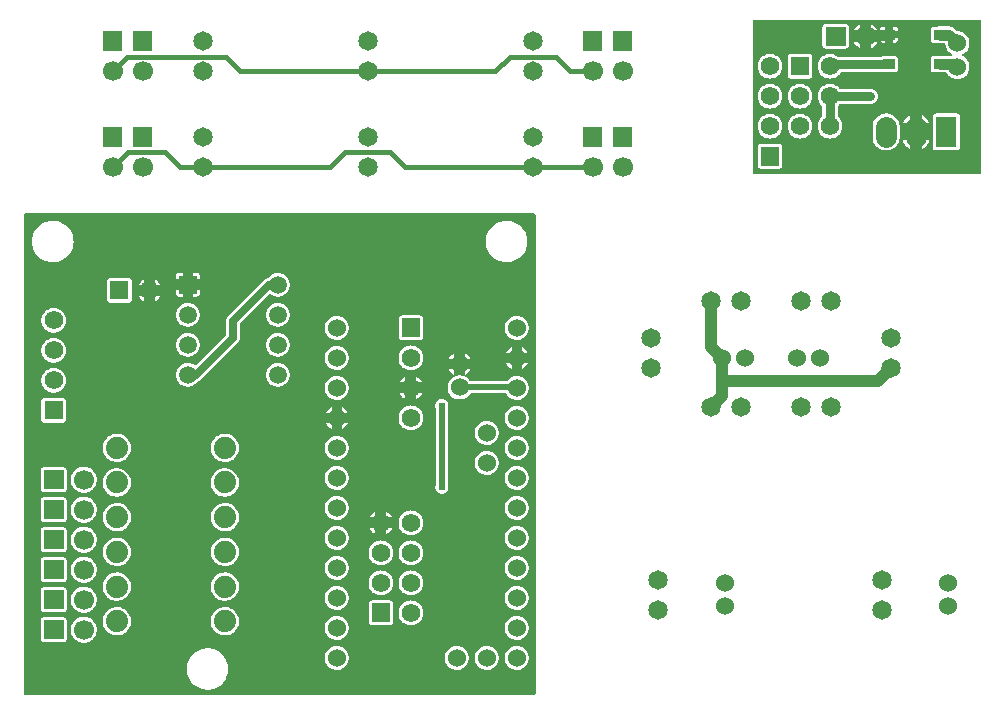
<source format=gbl>
G04 Layer: BottomLayer*
G04 EasyEDA v6.4.30, 2022-01-25 10:33:58*
G04 5618020f384b45728b455be9ef3c0d3f,7d3f4a13764643a7838717c5c1d40531,10*
G04 Gerber Generator version 0.2*
G04 Scale: 100 percent, Rotated: No, Reflected: No *
G04 Dimensions in inches *
G04 leading zeros omitted , absolute positions ,3 integer and 6 decimal *
%FSLAX36Y36*%
%MOIN*%

%ADD11C,0.0200*%
%ADD12C,0.0150*%
%ADD13C,0.0250*%
%ADD14C,0.0300*%
%ADD15C,0.0400*%
%ADD16C,0.0240*%
%ADD25C,0.0600*%
%ADD26R,0.0620X0.0620*%
%ADD27C,0.0620*%
%ADD29C,0.0669*%
%ADD31R,0.0709X0.1024*%
%ADD32C,0.0740*%
%ADD33C,0.0650*%
%ADD34R,0.0591X0.0591*%
%ADD35C,0.0591*%
%ADD36C,0.0709*%
%ADD37C,0.0350*%

%LPD*%
G36*
X2444620Y1746879D02*
G01*
X2443100Y1747180D01*
X2441800Y1748040D01*
X2440920Y1749340D01*
X2440620Y1750880D01*
X2440620Y2257700D01*
X2440920Y2259240D01*
X2441800Y2260520D01*
X2443100Y2261400D01*
X2444620Y2261700D01*
X3197799Y2261700D01*
X3199340Y2261400D01*
X3200620Y2260520D01*
X3201500Y2259240D01*
X3201800Y2257700D01*
X3201800Y1750880D01*
X3201500Y1749340D01*
X3200620Y1748040D01*
X3199340Y1747180D01*
X3197799Y1746879D01*
G37*

%LPC*%
G36*
X2466100Y1765040D02*
G01*
X2527660Y1765040D01*
X2530140Y1765340D01*
X2532280Y1766080D01*
X2534220Y1767300D01*
X2535820Y1768899D01*
X2537040Y1770840D01*
X2537800Y1772980D01*
X2538080Y1775480D01*
X2538080Y1837020D01*
X2537800Y1839520D01*
X2537040Y1841660D01*
X2535820Y1843600D01*
X2534220Y1845200D01*
X2532280Y1846420D01*
X2530140Y1847160D01*
X2527660Y1847440D01*
X2466100Y1847440D01*
X2463620Y1847160D01*
X2461460Y1846420D01*
X2459540Y1845200D01*
X2457920Y1843600D01*
X2456700Y1841660D01*
X2455960Y1839520D01*
X2455680Y1837020D01*
X2455680Y1775480D01*
X2455960Y1772980D01*
X2456700Y1770840D01*
X2457920Y1768899D01*
X2459540Y1767300D01*
X2461460Y1766080D01*
X2463620Y1765340D01*
G37*
G36*
X3049160Y1825920D02*
G01*
X3119580Y1825920D01*
X3122080Y1826200D01*
X3124220Y1826960D01*
X3126160Y1828160D01*
X3127760Y1829780D01*
X3128980Y1831699D01*
X3129740Y1833860D01*
X3130020Y1836339D01*
X3130020Y1938260D01*
X3129740Y1940760D01*
X3128980Y1942900D01*
X3127760Y1944820D01*
X3126160Y1946440D01*
X3124220Y1947660D01*
X3122080Y1948400D01*
X3119580Y1948680D01*
X3049160Y1948680D01*
X3046680Y1948400D01*
X3044540Y1947660D01*
X3042600Y1946440D01*
X3041000Y1944820D01*
X3039780Y1942900D01*
X3039020Y1940760D01*
X3038740Y1938260D01*
X3038740Y1836339D01*
X3039020Y1833860D01*
X3039780Y1831699D01*
X3041000Y1829780D01*
X3042600Y1828160D01*
X3044540Y1826960D01*
X3046680Y1826200D01*
G37*
G36*
X2881520Y1826420D02*
G01*
X2887240Y1826420D01*
X2892919Y1827140D01*
X2898480Y1828560D01*
X2903800Y1830660D01*
X2908820Y1833420D01*
X2913460Y1836800D01*
X2917640Y1840720D01*
X2921280Y1845140D01*
X2924360Y1849980D01*
X2926800Y1855160D01*
X2928560Y1860600D01*
X2929640Y1866240D01*
X2930020Y1872080D01*
X2930020Y1903320D01*
X2929640Y1909160D01*
X2928560Y1914800D01*
X2926800Y1920240D01*
X2924360Y1925420D01*
X2921280Y1930260D01*
X2917640Y1934680D01*
X2913460Y1938600D01*
X2908820Y1941960D01*
X2903800Y1944720D01*
X2898480Y1946840D01*
X2892919Y1948260D01*
X2887240Y1948980D01*
X2881520Y1948980D01*
X2875820Y1948260D01*
X2870280Y1946840D01*
X2864960Y1944720D01*
X2859940Y1941960D01*
X2855299Y1938600D01*
X2851120Y1934680D01*
X2847460Y1930260D01*
X2844400Y1925420D01*
X2841960Y1920240D01*
X2840179Y1914800D01*
X2839120Y1909160D01*
X2838740Y1903320D01*
X2838740Y1872080D01*
X2839120Y1866240D01*
X2840179Y1860600D01*
X2841960Y1855160D01*
X2844400Y1849980D01*
X2847460Y1845140D01*
X2851120Y1840720D01*
X2855299Y1836800D01*
X2859940Y1833420D01*
X2864960Y1830660D01*
X2870280Y1828560D01*
X2875820Y1827140D01*
G37*
G36*
X3004600Y1830700D02*
G01*
X3008820Y1833040D01*
X3013460Y1836399D01*
X3017640Y1840320D01*
X3021280Y1844740D01*
X3024360Y1849580D01*
X3026800Y1854760D01*
X3028240Y1859220D01*
X3004600Y1859220D01*
G37*
G36*
X2964160Y1830700D02*
G01*
X2964160Y1859220D01*
X2940500Y1859220D01*
X2941960Y1854760D01*
X2944400Y1849580D01*
X2947460Y1844740D01*
X2951120Y1840320D01*
X2955299Y1836399D01*
X2959940Y1833040D01*
G37*
G36*
X2596880Y1865060D02*
G01*
X2602260Y1865420D01*
X2607540Y1866459D01*
X2612640Y1868200D01*
X2617480Y1870580D01*
X2621960Y1873580D01*
X2626000Y1877120D01*
X2629560Y1881180D01*
X2632540Y1885660D01*
X2634940Y1890480D01*
X2636660Y1895580D01*
X2637720Y1900880D01*
X2638060Y1906240D01*
X2637720Y1911620D01*
X2636660Y1916920D01*
X2634940Y1922020D01*
X2632540Y1926840D01*
X2629560Y1931320D01*
X2626000Y1935380D01*
X2621960Y1938920D01*
X2617480Y1941920D01*
X2612640Y1944300D01*
X2607540Y1946040D01*
X2602260Y1947080D01*
X2596880Y1947440D01*
X2591500Y1947080D01*
X2586220Y1946040D01*
X2581120Y1944300D01*
X2576280Y1941920D01*
X2571800Y1938920D01*
X2567740Y1935380D01*
X2564200Y1931320D01*
X2561200Y1926840D01*
X2558820Y1922020D01*
X2557080Y1916920D01*
X2556040Y1911620D01*
X2555680Y1906240D01*
X2556040Y1900880D01*
X2557080Y1895580D01*
X2558820Y1890480D01*
X2561200Y1885660D01*
X2564200Y1881180D01*
X2567740Y1877120D01*
X2571800Y1873580D01*
X2576280Y1870580D01*
X2581120Y1868200D01*
X2586220Y1866459D01*
X2591500Y1865420D01*
G37*
G36*
X2496880Y1865060D02*
G01*
X2502260Y1865420D01*
X2507540Y1866459D01*
X2512640Y1868200D01*
X2517480Y1870580D01*
X2521960Y1873580D01*
X2526000Y1877120D01*
X2529560Y1881180D01*
X2532540Y1885660D01*
X2534940Y1890480D01*
X2536660Y1895580D01*
X2537720Y1900880D01*
X2538060Y1906240D01*
X2537720Y1911620D01*
X2536660Y1916920D01*
X2534940Y1922020D01*
X2532540Y1926840D01*
X2529560Y1931320D01*
X2526000Y1935380D01*
X2521960Y1938920D01*
X2517480Y1941920D01*
X2512640Y1944300D01*
X2507540Y1946040D01*
X2502260Y1947080D01*
X2496880Y1947440D01*
X2491500Y1947080D01*
X2486220Y1946040D01*
X2481120Y1944300D01*
X2476280Y1941920D01*
X2471800Y1938920D01*
X2467740Y1935380D01*
X2464200Y1931320D01*
X2461200Y1926840D01*
X2458820Y1922020D01*
X2457080Y1916920D01*
X2456040Y1911620D01*
X2455680Y1906240D01*
X2456040Y1900880D01*
X2457080Y1895580D01*
X2458820Y1890480D01*
X2461200Y1885660D01*
X2464200Y1881180D01*
X2467740Y1877120D01*
X2471800Y1873580D01*
X2476280Y1870580D01*
X2481120Y1868200D01*
X2486220Y1866459D01*
X2491500Y1865420D01*
G37*
G36*
X2696880Y1865060D02*
G01*
X2702260Y1865420D01*
X2707540Y1866459D01*
X2712640Y1868200D01*
X2717480Y1870580D01*
X2721960Y1873580D01*
X2726000Y1877120D01*
X2729560Y1881180D01*
X2732540Y1885660D01*
X2734940Y1890480D01*
X2736660Y1895580D01*
X2737720Y1900880D01*
X2738060Y1906240D01*
X2737720Y1911620D01*
X2736660Y1916920D01*
X2734940Y1922020D01*
X2732540Y1926840D01*
X2729560Y1931320D01*
X2726000Y1935380D01*
X2723460Y1937620D01*
X2722440Y1938959D01*
X2722100Y1940620D01*
X2722100Y1971879D01*
X2722440Y1973540D01*
X2723460Y1974880D01*
X2726000Y1977120D01*
X2728260Y1979680D01*
X2729600Y1980700D01*
X2731259Y1981040D01*
X2831080Y1981040D01*
X2835400Y1981399D01*
X2839420Y1982420D01*
X2843240Y1984100D01*
X2846720Y1986380D01*
X2849780Y1989199D01*
X2852340Y1992480D01*
X2854320Y1996140D01*
X2855659Y2000060D01*
X2856360Y2004180D01*
X2856360Y2008320D01*
X2855659Y2012440D01*
X2854320Y2016360D01*
X2852340Y2020020D01*
X2849780Y2023300D01*
X2846720Y2026120D01*
X2843240Y2028400D01*
X2839420Y2030080D01*
X2835400Y2031100D01*
X2831080Y2031440D01*
X2731259Y2031440D01*
X2729600Y2031800D01*
X2728260Y2032820D01*
X2726000Y2035380D01*
X2721960Y2038920D01*
X2717480Y2041920D01*
X2712640Y2044300D01*
X2707540Y2046040D01*
X2702260Y2047080D01*
X2696880Y2047440D01*
X2691500Y2047080D01*
X2686220Y2046040D01*
X2681120Y2044300D01*
X2676280Y2041920D01*
X2671800Y2038920D01*
X2667740Y2035380D01*
X2664200Y2031320D01*
X2661200Y2026840D01*
X2658820Y2022020D01*
X2657080Y2016920D01*
X2656040Y2011620D01*
X2655680Y2006240D01*
X2656040Y2000880D01*
X2657080Y1995580D01*
X2658820Y1990480D01*
X2661200Y1985660D01*
X2664200Y1981180D01*
X2667740Y1977120D01*
X2670320Y1974860D01*
X2671340Y1973500D01*
X2671700Y1971860D01*
X2671700Y1940640D01*
X2671340Y1939000D01*
X2670320Y1937640D01*
X2667740Y1935380D01*
X2664200Y1931320D01*
X2661200Y1926840D01*
X2658820Y1922020D01*
X2657080Y1916920D01*
X2656040Y1911620D01*
X2655680Y1906240D01*
X2656040Y1900880D01*
X2657080Y1895580D01*
X2658820Y1890480D01*
X2661200Y1885660D01*
X2664200Y1881180D01*
X2667740Y1877120D01*
X2671800Y1873580D01*
X2676280Y1870580D01*
X2681120Y1868200D01*
X2686220Y1866459D01*
X2691500Y1865420D01*
G37*
G36*
X3004600Y1915400D02*
G01*
X3028240Y1915400D01*
X3026800Y1919840D01*
X3024360Y1925040D01*
X3021280Y1929880D01*
X3017640Y1934280D01*
X3013460Y1938200D01*
X3008820Y1941579D01*
X3004600Y1943899D01*
G37*
G36*
X2940500Y1915400D02*
G01*
X2964160Y1915400D01*
X2964160Y1943899D01*
X2959940Y1941579D01*
X2955299Y1938200D01*
X2951120Y1934280D01*
X2947460Y1929880D01*
X2944400Y1925040D01*
X2941960Y1919840D01*
G37*
G36*
X2596880Y1965060D02*
G01*
X2602260Y1965420D01*
X2607540Y1966459D01*
X2612640Y1968200D01*
X2617480Y1970580D01*
X2621960Y1973580D01*
X2626000Y1977120D01*
X2629560Y1981180D01*
X2632540Y1985660D01*
X2634940Y1990480D01*
X2636660Y1995580D01*
X2637720Y2000880D01*
X2638060Y2006240D01*
X2637720Y2011620D01*
X2636660Y2016920D01*
X2634940Y2022020D01*
X2632540Y2026840D01*
X2629560Y2031320D01*
X2626000Y2035380D01*
X2621960Y2038920D01*
X2617480Y2041920D01*
X2612640Y2044300D01*
X2607540Y2046040D01*
X2602260Y2047080D01*
X2596880Y2047440D01*
X2591500Y2047080D01*
X2586220Y2046040D01*
X2581120Y2044300D01*
X2576280Y2041920D01*
X2571800Y2038920D01*
X2567740Y2035380D01*
X2564200Y2031320D01*
X2561200Y2026840D01*
X2558820Y2022020D01*
X2557080Y2016920D01*
X2556040Y2011620D01*
X2555680Y2006240D01*
X2556040Y2000880D01*
X2557080Y1995580D01*
X2558820Y1990480D01*
X2561200Y1985660D01*
X2564200Y1981180D01*
X2567740Y1977120D01*
X2571800Y1973580D01*
X2576280Y1970580D01*
X2581120Y1968200D01*
X2586220Y1966459D01*
X2591500Y1965420D01*
G37*
G36*
X2496880Y1965060D02*
G01*
X2502260Y1965420D01*
X2507540Y1966459D01*
X2512640Y1968200D01*
X2517480Y1970580D01*
X2521960Y1973580D01*
X2526000Y1977120D01*
X2529560Y1981180D01*
X2532540Y1985660D01*
X2534940Y1990480D01*
X2536660Y1995580D01*
X2537720Y2000880D01*
X2538060Y2006240D01*
X2537720Y2011620D01*
X2536660Y2016920D01*
X2534940Y2022020D01*
X2532540Y2026840D01*
X2529560Y2031320D01*
X2526000Y2035380D01*
X2521960Y2038920D01*
X2517480Y2041920D01*
X2512640Y2044300D01*
X2507540Y2046040D01*
X2502260Y2047080D01*
X2496880Y2047440D01*
X2491500Y2047080D01*
X2486220Y2046040D01*
X2481120Y2044300D01*
X2476280Y2041920D01*
X2471800Y2038920D01*
X2467740Y2035380D01*
X2464200Y2031320D01*
X2461200Y2026840D01*
X2458820Y2022020D01*
X2457080Y2016920D01*
X2456040Y2011620D01*
X2455680Y2006240D01*
X2456040Y2000880D01*
X2457080Y1995580D01*
X2458820Y1990480D01*
X2461200Y1985660D01*
X2464200Y1981180D01*
X2467740Y1977120D01*
X2471800Y1973580D01*
X2476280Y1970580D01*
X2481120Y1968200D01*
X2486220Y1966459D01*
X2491500Y1965420D01*
G37*
G36*
X3119200Y2064300D02*
G01*
X3124560Y2064300D01*
X3129880Y2065020D01*
X3135059Y2066440D01*
X3140000Y2068520D01*
X3144620Y2071260D01*
X3148840Y2074600D01*
X3152559Y2078460D01*
X3155760Y2082780D01*
X3158340Y2087480D01*
X3160260Y2092500D01*
X3161500Y2097720D01*
X3162040Y2103060D01*
X3161860Y2108420D01*
X3160980Y2113720D01*
X3159380Y2118840D01*
X3157120Y2123720D01*
X3154240Y2128240D01*
X3150760Y2132340D01*
X3146780Y2135940D01*
X3142360Y2138980D01*
X3140080Y2140120D01*
X3138759Y2141200D01*
X3138020Y2142720D01*
X3137960Y2144420D01*
X3138600Y2145980D01*
X3139860Y2147140D01*
X3144620Y2149960D01*
X3148840Y2153300D01*
X3152559Y2157160D01*
X3155760Y2161480D01*
X3158340Y2166180D01*
X3160260Y2171200D01*
X3161500Y2176420D01*
X3162040Y2181760D01*
X3161860Y2187120D01*
X3160980Y2192420D01*
X3159380Y2197540D01*
X3157120Y2202420D01*
X3154240Y2206940D01*
X3150760Y2211040D01*
X3146780Y2214640D01*
X3142360Y2217680D01*
X3137559Y2220100D01*
X3132500Y2221860D01*
X3127240Y2222940D01*
X3122280Y2223260D01*
X3120899Y2223620D01*
X3119720Y2224420D01*
X3112980Y2231180D01*
X3109560Y2234100D01*
X3105840Y2236380D01*
X3101840Y2238040D01*
X3097600Y2239060D01*
X3093120Y2239400D01*
X3062420Y2239400D01*
X3057919Y2239060D01*
X3055520Y2238580D01*
X3042799Y2238580D01*
X3040299Y2238300D01*
X3038159Y2237560D01*
X3036240Y2236340D01*
X3034620Y2234720D01*
X3033399Y2232800D01*
X3032660Y2230660D01*
X3032380Y2228160D01*
X3032380Y2195260D01*
X3032660Y2192780D01*
X3033399Y2190620D01*
X3034620Y2188700D01*
X3036240Y2187080D01*
X3038159Y2185880D01*
X3040299Y2185120D01*
X3042799Y2184840D01*
X3055440Y2184840D01*
X3057919Y2184360D01*
X3062420Y2184000D01*
X3077860Y2184000D01*
X3079300Y2183740D01*
X3080539Y2182980D01*
X3081440Y2181800D01*
X3081840Y2180400D01*
X3082240Y2176420D01*
X3083480Y2171200D01*
X3085419Y2166180D01*
X3088000Y2161480D01*
X3091180Y2157160D01*
X3094920Y2153300D01*
X3099120Y2149960D01*
X3101740Y2148420D01*
X3103000Y2147240D01*
X3103639Y2145640D01*
X3103560Y2143920D01*
X3102760Y2142400D01*
X3101380Y2141360D01*
X3099700Y2140980D01*
X3062420Y2140980D01*
X3057919Y2140620D01*
X3055520Y2140160D01*
X3042799Y2140160D01*
X3040299Y2139880D01*
X3038159Y2139120D01*
X3036240Y2137920D01*
X3034620Y2136300D01*
X3033399Y2134380D01*
X3032660Y2132220D01*
X3032380Y2129740D01*
X3032380Y2096840D01*
X3032660Y2094340D01*
X3033399Y2092200D01*
X3034620Y2090280D01*
X3036240Y2088660D01*
X3038159Y2087440D01*
X3040299Y2086699D01*
X3042799Y2086420D01*
X3055460Y2086420D01*
X3057919Y2085940D01*
X3062420Y2085580D01*
X3084100Y2085580D01*
X3085480Y2085320D01*
X3086700Y2084600D01*
X3087600Y2083500D01*
X3088000Y2082780D01*
X3091180Y2078460D01*
X3094920Y2074600D01*
X3099120Y2071260D01*
X3103740Y2068520D01*
X3108700Y2066440D01*
X3113860Y2065020D01*
G37*
G36*
X2566100Y2065040D02*
G01*
X2627660Y2065040D01*
X2630140Y2065340D01*
X2632280Y2066080D01*
X2634220Y2067300D01*
X2635820Y2068899D01*
X2637040Y2070840D01*
X2637799Y2072980D01*
X2638080Y2075480D01*
X2638080Y2137020D01*
X2637799Y2139520D01*
X2637040Y2141660D01*
X2635820Y2143600D01*
X2634220Y2145200D01*
X2632280Y2146420D01*
X2630140Y2147160D01*
X2627660Y2147440D01*
X2566100Y2147440D01*
X2563620Y2147160D01*
X2561460Y2146420D01*
X2559540Y2145200D01*
X2557920Y2143600D01*
X2556700Y2141660D01*
X2555960Y2139520D01*
X2555680Y2137020D01*
X2555680Y2075480D01*
X2555960Y2072980D01*
X2556700Y2070840D01*
X2557920Y2068899D01*
X2559540Y2067300D01*
X2561460Y2066080D01*
X2563620Y2065340D01*
G37*
G36*
X2496880Y2065060D02*
G01*
X2502260Y2065420D01*
X2507540Y2066459D01*
X2512640Y2068200D01*
X2517480Y2070580D01*
X2521960Y2073580D01*
X2526000Y2077120D01*
X2529560Y2081180D01*
X2532540Y2085660D01*
X2534940Y2090480D01*
X2536660Y2095580D01*
X2537720Y2100880D01*
X2538060Y2106240D01*
X2537720Y2111620D01*
X2536660Y2116920D01*
X2534940Y2122020D01*
X2532540Y2126840D01*
X2529560Y2131320D01*
X2526000Y2135380D01*
X2521960Y2138920D01*
X2517480Y2141920D01*
X2512640Y2144300D01*
X2507540Y2146040D01*
X2502260Y2147080D01*
X2496880Y2147440D01*
X2491500Y2147080D01*
X2486220Y2146040D01*
X2481120Y2144300D01*
X2476280Y2141920D01*
X2471800Y2138920D01*
X2467740Y2135380D01*
X2464200Y2131320D01*
X2461200Y2126840D01*
X2458820Y2122020D01*
X2457080Y2116920D01*
X2456040Y2111620D01*
X2455680Y2106240D01*
X2456040Y2100880D01*
X2457080Y2095580D01*
X2458820Y2090480D01*
X2461200Y2085660D01*
X2464200Y2081180D01*
X2467740Y2077120D01*
X2471800Y2073580D01*
X2476280Y2070580D01*
X2481120Y2068200D01*
X2486220Y2066459D01*
X2491500Y2065420D01*
G37*
G36*
X2696880Y2065060D02*
G01*
X2702260Y2065420D01*
X2707540Y2066459D01*
X2712640Y2068200D01*
X2717480Y2070580D01*
X2721960Y2073580D01*
X2726000Y2077120D01*
X2729560Y2081180D01*
X2732640Y2085860D01*
X2733540Y2087040D01*
X2734780Y2087820D01*
X2736240Y2088080D01*
X2867720Y2088080D01*
X2868820Y2087920D01*
X2869900Y2087440D01*
X2872040Y2086699D01*
X2874540Y2086420D01*
X2913460Y2086420D01*
X2915940Y2086699D01*
X2918100Y2087440D01*
X2920020Y2088660D01*
X2921640Y2090280D01*
X2922840Y2092200D01*
X2923600Y2094340D01*
X2923880Y2096840D01*
X2923880Y2129740D01*
X2923600Y2132220D01*
X2922840Y2134380D01*
X2921640Y2136300D01*
X2920020Y2137920D01*
X2918100Y2139120D01*
X2915940Y2139880D01*
X2913460Y2140160D01*
X2874540Y2140160D01*
X2872040Y2139880D01*
X2869840Y2139100D01*
X2868820Y2138640D01*
X2867720Y2138480D01*
X2723820Y2138480D01*
X2722660Y2138660D01*
X2721600Y2139160D01*
X2717480Y2141920D01*
X2712640Y2144300D01*
X2707540Y2146040D01*
X2702260Y2147080D01*
X2696880Y2147440D01*
X2691500Y2147080D01*
X2686220Y2146040D01*
X2681120Y2144300D01*
X2676280Y2141920D01*
X2671800Y2138920D01*
X2667740Y2135380D01*
X2664200Y2131320D01*
X2661200Y2126840D01*
X2658820Y2122020D01*
X2657080Y2116920D01*
X2656040Y2111620D01*
X2655680Y2106240D01*
X2656040Y2100880D01*
X2657080Y2095580D01*
X2658820Y2090480D01*
X2661200Y2085660D01*
X2664200Y2081180D01*
X2667740Y2077120D01*
X2671800Y2073580D01*
X2676280Y2070580D01*
X2681120Y2068200D01*
X2686220Y2066459D01*
X2691500Y2065420D01*
G37*
G36*
X2682380Y2165040D02*
G01*
X2748860Y2165040D01*
X2751360Y2165340D01*
X2753500Y2166080D01*
X2755440Y2167300D01*
X2757040Y2168900D01*
X2758260Y2170840D01*
X2759000Y2172980D01*
X2759280Y2175480D01*
X2759280Y2237020D01*
X2759000Y2239520D01*
X2758260Y2241660D01*
X2757040Y2243600D01*
X2755440Y2245200D01*
X2753500Y2246420D01*
X2751360Y2247160D01*
X2748860Y2247440D01*
X2682380Y2247440D01*
X2679900Y2247160D01*
X2677740Y2246420D01*
X2675820Y2245200D01*
X2674200Y2243600D01*
X2673000Y2241660D01*
X2672240Y2239520D01*
X2671960Y2237020D01*
X2671960Y2175480D01*
X2672240Y2172980D01*
X2673000Y2170840D01*
X2674200Y2168900D01*
X2675820Y2167300D01*
X2677740Y2166080D01*
X2679900Y2165340D01*
G37*
G36*
X2834860Y2167120D02*
G01*
X2835820Y2167540D01*
X2840600Y2170440D01*
X2844980Y2173940D01*
X2848860Y2177960D01*
X2852220Y2182440D01*
X2854800Y2187020D01*
X2834860Y2187020D01*
G37*
G36*
X2796400Y2167140D02*
G01*
X2796400Y2187020D01*
X2776540Y2187020D01*
X2777580Y2184820D01*
X2780640Y2180140D01*
X2784260Y2175880D01*
X2788399Y2172120D01*
X2793000Y2168920D01*
G37*
G36*
X2874540Y2184840D02*
G01*
X2881640Y2184840D01*
X2881640Y2200880D01*
X2866920Y2200880D01*
X2866280Y2196100D01*
X2864940Y2191180D01*
X2865140Y2190620D01*
X2866360Y2188700D01*
X2867960Y2187080D01*
X2869900Y2185880D01*
X2872040Y2185120D01*
G37*
G36*
X2906340Y2184840D02*
G01*
X2913460Y2184840D01*
X2915940Y2185120D01*
X2918100Y2185880D01*
X2920020Y2187080D01*
X2921640Y2188700D01*
X2922840Y2190620D01*
X2923600Y2192780D01*
X2923880Y2195260D01*
X2923880Y2200880D01*
X2906340Y2200880D01*
G37*
G36*
X2864640Y2222540D02*
G01*
X2881640Y2222540D01*
X2881640Y2238580D01*
X2874540Y2238580D01*
X2872040Y2238300D01*
X2869900Y2237560D01*
X2867960Y2236340D01*
X2866360Y2234720D01*
X2865140Y2232800D01*
X2864380Y2230660D01*
X2864100Y2228160D01*
X2864100Y2223540D01*
G37*
G36*
X2906340Y2222540D02*
G01*
X2923880Y2222540D01*
X2923880Y2228160D01*
X2923600Y2230660D01*
X2922840Y2232800D01*
X2921640Y2234720D01*
X2920020Y2236340D01*
X2918100Y2237560D01*
X2915940Y2238300D01*
X2913460Y2238580D01*
X2906340Y2238580D01*
G37*
G36*
X2776540Y2225480D02*
G01*
X2796400Y2225480D01*
X2796400Y2245360D01*
X2793000Y2243580D01*
X2788399Y2240380D01*
X2784260Y2236620D01*
X2780640Y2232360D01*
X2777580Y2227680D01*
G37*
G36*
X2834860Y2225480D02*
G01*
X2854800Y2225480D01*
X2852220Y2230060D01*
X2848860Y2234540D01*
X2844980Y2238560D01*
X2840600Y2242060D01*
X2835820Y2244960D01*
X2834860Y2245380D01*
G37*

%LPD*%
G36*
X14200Y10200D02*
G01*
X12660Y10500D01*
X11379Y11379D01*
X10500Y12660D01*
X10200Y14200D01*
X10200Y1611620D01*
X10500Y1613160D01*
X11379Y1614460D01*
X12660Y1615320D01*
X14200Y1615620D01*
X1711620Y1615620D01*
X1713160Y1615320D01*
X1714460Y1614460D01*
X1715320Y1613160D01*
X1715620Y1611620D01*
X1715620Y14200D01*
X1715320Y12660D01*
X1714460Y11379D01*
X1713160Y10500D01*
X1711620Y10200D01*
G37*

%LPC*%
G36*
X623660Y27639D02*
G01*
X630780Y28200D01*
X637780Y29480D01*
X644640Y31460D01*
X651240Y34160D01*
X657520Y37500D01*
X663439Y41480D01*
X668920Y46040D01*
X673900Y51160D01*
X678319Y56740D01*
X682140Y62760D01*
X685340Y69140D01*
X687840Y75820D01*
X689659Y82700D01*
X690759Y89740D01*
X691120Y96860D01*
X690759Y104000D01*
X689659Y111039D01*
X687840Y117920D01*
X685340Y124600D01*
X682140Y130980D01*
X678319Y137000D01*
X673900Y142580D01*
X668920Y147700D01*
X663439Y152260D01*
X657520Y156240D01*
X651240Y159580D01*
X644640Y162280D01*
X637780Y164259D01*
X630780Y165539D01*
X623660Y166100D01*
X616540Y165920D01*
X609460Y165000D01*
X602520Y163359D01*
X595800Y161020D01*
X589340Y158000D01*
X583220Y154320D01*
X577520Y150040D01*
X572280Y145200D01*
X567580Y139840D01*
X563440Y134040D01*
X559940Y127840D01*
X557080Y121300D01*
X554920Y114500D01*
X553460Y107520D01*
X552720Y100440D01*
X552720Y93300D01*
X553460Y86220D01*
X554920Y79240D01*
X557080Y72440D01*
X559940Y65900D01*
X563440Y59700D01*
X567580Y53900D01*
X572280Y48540D01*
X577520Y43700D01*
X583220Y39420D01*
X589340Y35740D01*
X595800Y32719D01*
X602520Y30379D01*
X609460Y28740D01*
X616540Y27820D01*
G37*
G36*
X1051780Y94220D02*
G01*
X1057140Y94400D01*
X1062440Y95280D01*
X1067560Y96880D01*
X1072440Y99140D01*
X1076960Y102020D01*
X1081060Y105480D01*
X1084660Y109480D01*
X1087700Y113900D01*
X1090120Y118680D01*
X1091880Y123760D01*
X1092960Y129019D01*
X1093320Y134380D01*
X1092960Y139740D01*
X1091880Y145000D01*
X1090120Y150080D01*
X1087700Y154860D01*
X1084660Y159280D01*
X1081060Y163280D01*
X1076960Y166740D01*
X1072440Y169620D01*
X1067560Y171880D01*
X1062440Y173480D01*
X1057140Y174360D01*
X1051780Y174540D01*
X1046440Y174020D01*
X1041220Y172760D01*
X1036200Y170840D01*
X1031500Y168260D01*
X1027180Y165080D01*
X1023319Y161340D01*
X1019980Y157120D01*
X1017240Y152500D01*
X1015160Y147560D01*
X1013740Y142380D01*
X1013020Y137060D01*
X1013020Y131700D01*
X1013740Y126380D01*
X1015160Y121199D01*
X1017240Y116260D01*
X1019980Y111640D01*
X1023319Y107420D01*
X1027180Y103680D01*
X1031500Y100500D01*
X1036200Y97920D01*
X1041220Y96000D01*
X1046440Y94740D01*
G37*
G36*
X1551780Y94220D02*
G01*
X1557140Y94400D01*
X1562440Y95280D01*
X1567560Y96880D01*
X1572440Y99140D01*
X1576960Y102020D01*
X1581060Y105480D01*
X1584660Y109480D01*
X1587700Y113900D01*
X1590120Y118680D01*
X1591879Y123760D01*
X1592960Y129019D01*
X1593320Y134380D01*
X1592960Y139740D01*
X1591879Y145000D01*
X1590120Y150080D01*
X1587700Y154860D01*
X1584660Y159280D01*
X1581060Y163280D01*
X1576960Y166740D01*
X1572440Y169620D01*
X1567560Y171880D01*
X1562440Y173480D01*
X1557140Y174360D01*
X1551780Y174540D01*
X1546440Y174020D01*
X1541220Y172760D01*
X1536200Y170840D01*
X1531500Y168260D01*
X1527180Y165080D01*
X1523320Y161340D01*
X1519980Y157120D01*
X1517240Y152500D01*
X1515160Y147560D01*
X1513740Y142380D01*
X1513020Y137060D01*
X1513020Y131700D01*
X1513740Y126380D01*
X1515160Y121199D01*
X1517240Y116260D01*
X1519980Y111640D01*
X1523320Y107420D01*
X1527180Y103680D01*
X1531500Y100500D01*
X1536200Y97920D01*
X1541220Y96000D01*
X1546440Y94740D01*
G37*
G36*
X1651780Y94220D02*
G01*
X1657140Y94400D01*
X1662440Y95280D01*
X1667560Y96880D01*
X1672440Y99140D01*
X1676960Y102020D01*
X1681060Y105480D01*
X1684660Y109480D01*
X1687700Y113900D01*
X1690120Y118680D01*
X1691879Y123760D01*
X1692960Y129019D01*
X1693320Y134380D01*
X1692960Y139740D01*
X1691879Y145000D01*
X1690120Y150080D01*
X1687700Y154860D01*
X1684660Y159280D01*
X1681060Y163280D01*
X1676960Y166740D01*
X1672440Y169620D01*
X1667560Y171880D01*
X1662440Y173480D01*
X1657140Y174360D01*
X1651780Y174540D01*
X1646440Y174020D01*
X1641220Y172760D01*
X1636200Y170840D01*
X1631500Y168260D01*
X1627180Y165080D01*
X1623320Y161340D01*
X1619980Y157120D01*
X1617240Y152500D01*
X1615160Y147560D01*
X1613740Y142380D01*
X1613020Y137060D01*
X1613020Y131700D01*
X1613740Y126380D01*
X1615160Y121199D01*
X1617240Y116260D01*
X1619980Y111640D01*
X1623320Y107420D01*
X1627180Y103680D01*
X1631500Y100500D01*
X1636200Y97920D01*
X1641220Y96000D01*
X1646440Y94740D01*
G37*
G36*
X1451780Y94220D02*
G01*
X1457140Y94400D01*
X1462440Y95280D01*
X1467560Y96880D01*
X1472440Y99140D01*
X1476960Y102020D01*
X1481060Y105480D01*
X1484660Y109480D01*
X1487700Y113900D01*
X1490120Y118680D01*
X1491879Y123760D01*
X1492960Y129019D01*
X1493320Y134380D01*
X1492960Y139740D01*
X1491879Y145000D01*
X1490120Y150080D01*
X1487700Y154860D01*
X1484660Y159280D01*
X1481060Y163280D01*
X1476960Y166740D01*
X1472440Y169620D01*
X1467560Y171880D01*
X1462440Y173480D01*
X1457140Y174360D01*
X1451780Y174540D01*
X1446440Y174020D01*
X1441220Y172760D01*
X1436200Y170840D01*
X1431500Y168260D01*
X1427180Y165080D01*
X1423320Y161340D01*
X1419980Y157120D01*
X1417240Y152500D01*
X1415160Y147560D01*
X1413740Y142380D01*
X1413020Y137060D01*
X1413020Y131700D01*
X1413740Y126380D01*
X1415160Y121199D01*
X1417240Y116260D01*
X1419980Y111640D01*
X1423320Y107420D01*
X1427180Y103680D01*
X1431500Y100500D01*
X1436200Y97920D01*
X1441220Y96000D01*
X1446440Y94740D01*
G37*
G36*
X210780Y184500D02*
G01*
X216340Y185020D01*
X221800Y186280D01*
X227040Y188200D01*
X232000Y190799D01*
X236600Y194000D01*
X240740Y197760D01*
X244360Y202020D01*
X247420Y206700D01*
X249840Y211740D01*
X251600Y217060D01*
X252680Y222540D01*
X253039Y228120D01*
X252680Y233700D01*
X251600Y239200D01*
X249840Y244500D01*
X247420Y249540D01*
X244360Y254240D01*
X240740Y258500D01*
X236600Y262260D01*
X232000Y265460D01*
X227040Y268040D01*
X221800Y269980D01*
X216340Y271220D01*
X210780Y271760D01*
X205180Y271580D01*
X199660Y270680D01*
X194300Y269100D01*
X189180Y266840D01*
X184400Y263940D01*
X180020Y260440D01*
X176140Y256420D01*
X172780Y251940D01*
X170040Y247060D01*
X167940Y241880D01*
X166520Y236480D01*
X165799Y230920D01*
X165799Y225320D01*
X166520Y219780D01*
X167940Y214360D01*
X170040Y209180D01*
X172780Y204300D01*
X176140Y199820D01*
X180020Y195799D01*
X184400Y192320D01*
X189180Y189420D01*
X194300Y187160D01*
X199660Y185560D01*
X205180Y184680D01*
G37*
G36*
X76140Y186920D02*
G01*
X142620Y186920D01*
X145100Y187200D01*
X147260Y187960D01*
X149180Y189180D01*
X150800Y190780D01*
X152000Y192719D01*
X152760Y194860D01*
X153040Y197340D01*
X153040Y258900D01*
X152760Y261380D01*
X152000Y263540D01*
X150800Y265460D01*
X149180Y267080D01*
X147260Y268300D01*
X145100Y269040D01*
X142620Y269320D01*
X76140Y269320D01*
X73640Y269040D01*
X71500Y268300D01*
X69560Y267080D01*
X67960Y265460D01*
X66740Y263540D01*
X66000Y261380D01*
X65720Y258900D01*
X65720Y197340D01*
X66000Y194860D01*
X66740Y192719D01*
X67960Y190780D01*
X69560Y189180D01*
X71500Y187960D01*
X73640Y187200D01*
G37*
G36*
X1051780Y194220D02*
G01*
X1057140Y194400D01*
X1062440Y195280D01*
X1067560Y196880D01*
X1072440Y199140D01*
X1076960Y202020D01*
X1081060Y205479D01*
X1084660Y209480D01*
X1087700Y213900D01*
X1090120Y218680D01*
X1091880Y223760D01*
X1092960Y229020D01*
X1093320Y234380D01*
X1092960Y239740D01*
X1091880Y245000D01*
X1090120Y250080D01*
X1087700Y254860D01*
X1084660Y259280D01*
X1081060Y263280D01*
X1076960Y266740D01*
X1072440Y269620D01*
X1067560Y271880D01*
X1062440Y273480D01*
X1057140Y274360D01*
X1051780Y274540D01*
X1046440Y274020D01*
X1041220Y272760D01*
X1036200Y270840D01*
X1031500Y268260D01*
X1027180Y265080D01*
X1023319Y261340D01*
X1019980Y257120D01*
X1017240Y252500D01*
X1015160Y247560D01*
X1013740Y242380D01*
X1013020Y237060D01*
X1013020Y231700D01*
X1013740Y226380D01*
X1015160Y221200D01*
X1017240Y216260D01*
X1019980Y211640D01*
X1023319Y207420D01*
X1027180Y203680D01*
X1031500Y200500D01*
X1036200Y197920D01*
X1041220Y196000D01*
X1046440Y194740D01*
G37*
G36*
X1651780Y194220D02*
G01*
X1657140Y194400D01*
X1662440Y195280D01*
X1667560Y196880D01*
X1672440Y199140D01*
X1676960Y202020D01*
X1681060Y205479D01*
X1684660Y209480D01*
X1687700Y213900D01*
X1690120Y218680D01*
X1691879Y223760D01*
X1692960Y229020D01*
X1693320Y234380D01*
X1692960Y239740D01*
X1691879Y245000D01*
X1690120Y250080D01*
X1687700Y254860D01*
X1684660Y259280D01*
X1681060Y263280D01*
X1676960Y266740D01*
X1672440Y269620D01*
X1667560Y271880D01*
X1662440Y273480D01*
X1657140Y274360D01*
X1651780Y274540D01*
X1646440Y274020D01*
X1641220Y272760D01*
X1636200Y270840D01*
X1631500Y268260D01*
X1627180Y265080D01*
X1623320Y261340D01*
X1619980Y257120D01*
X1617240Y252500D01*
X1615160Y247560D01*
X1613740Y242380D01*
X1613020Y237060D01*
X1613020Y231700D01*
X1613740Y226380D01*
X1615160Y221200D01*
X1617240Y216260D01*
X1619980Y211640D01*
X1623320Y207420D01*
X1627180Y203680D01*
X1631500Y200500D01*
X1636200Y197920D01*
X1641220Y196000D01*
X1646440Y194740D01*
G37*
G36*
X318540Y209020D02*
G01*
X324360Y209200D01*
X330100Y210100D01*
X335680Y211700D01*
X341040Y213960D01*
X346060Y216860D01*
X350700Y220360D01*
X354880Y224400D01*
X358519Y228939D01*
X361580Y233880D01*
X364000Y239160D01*
X365760Y244680D01*
X366840Y250400D01*
X367200Y256200D01*
X366840Y262000D01*
X365760Y267720D01*
X364000Y273240D01*
X361580Y278520D01*
X358519Y283460D01*
X354880Y288000D01*
X350700Y292040D01*
X346060Y295540D01*
X341040Y298440D01*
X335680Y300700D01*
X330100Y302300D01*
X324360Y303200D01*
X318540Y303360D01*
X312760Y302840D01*
X307080Y301600D01*
X301600Y299660D01*
X296400Y297060D01*
X291560Y293860D01*
X287140Y290080D01*
X283240Y285780D01*
X279880Y281040D01*
X277120Y275920D01*
X275020Y270500D01*
X273620Y264880D01*
X272900Y259100D01*
X272900Y253299D01*
X273620Y247520D01*
X275020Y241900D01*
X277120Y236480D01*
X279880Y231360D01*
X283240Y226620D01*
X287140Y222320D01*
X291560Y218540D01*
X296400Y215340D01*
X301600Y212740D01*
X307080Y210799D01*
X312760Y209560D01*
G37*
G36*
X678540Y209020D02*
G01*
X684360Y209200D01*
X690100Y210100D01*
X695680Y211700D01*
X701040Y213960D01*
X706060Y216860D01*
X710699Y220360D01*
X714880Y224400D01*
X718520Y228939D01*
X721580Y233880D01*
X724000Y239160D01*
X725759Y244680D01*
X726840Y250400D01*
X727200Y256200D01*
X726840Y262000D01*
X725759Y267720D01*
X724000Y273240D01*
X721580Y278520D01*
X718520Y283460D01*
X714880Y288000D01*
X710699Y292040D01*
X706060Y295540D01*
X701040Y298440D01*
X695680Y300700D01*
X690100Y302300D01*
X684360Y303200D01*
X678540Y303360D01*
X672760Y302840D01*
X667080Y301600D01*
X661600Y299660D01*
X656400Y297060D01*
X651560Y293860D01*
X647140Y290080D01*
X643240Y285780D01*
X639880Y281040D01*
X637120Y275920D01*
X635020Y270500D01*
X633620Y264880D01*
X632900Y259100D01*
X632900Y253299D01*
X633620Y247520D01*
X635020Y241900D01*
X637120Y236480D01*
X639880Y231360D01*
X643240Y226620D01*
X647140Y222320D01*
X651560Y218540D01*
X656400Y215340D01*
X661600Y212740D01*
X667080Y210799D01*
X672760Y209560D01*
G37*
G36*
X1300000Y243180D02*
G01*
X1305380Y243540D01*
X1310660Y244579D01*
X1315760Y246320D01*
X1320600Y248700D01*
X1325080Y251700D01*
X1329120Y255240D01*
X1332680Y259300D01*
X1335680Y263780D01*
X1338060Y268620D01*
X1339780Y273720D01*
X1340840Y279000D01*
X1341200Y284380D01*
X1340840Y289760D01*
X1339780Y295040D01*
X1338060Y300140D01*
X1335680Y304980D01*
X1332680Y309460D01*
X1329120Y313500D01*
X1325080Y317060D01*
X1320600Y320040D01*
X1315760Y322440D01*
X1310660Y324159D01*
X1305380Y325220D01*
X1300000Y325560D01*
X1294620Y325220D01*
X1289340Y324159D01*
X1284240Y322440D01*
X1279400Y320040D01*
X1274920Y317060D01*
X1270880Y313500D01*
X1267320Y309460D01*
X1264320Y304980D01*
X1261940Y300140D01*
X1260220Y295040D01*
X1259160Y289760D01*
X1258800Y284380D01*
X1259160Y279000D01*
X1260220Y273720D01*
X1261940Y268620D01*
X1264320Y263780D01*
X1267320Y259300D01*
X1270880Y255240D01*
X1274920Y251700D01*
X1279400Y248700D01*
X1284240Y246320D01*
X1289340Y244579D01*
X1294620Y243540D01*
G37*
G36*
X1169220Y243180D02*
G01*
X1230780Y243180D01*
X1233260Y243460D01*
X1235420Y244200D01*
X1237340Y245420D01*
X1238960Y247040D01*
X1240160Y248960D01*
X1240920Y251119D01*
X1241200Y253600D01*
X1241200Y315160D01*
X1240920Y317640D01*
X1240160Y319780D01*
X1238960Y321719D01*
X1237340Y323320D01*
X1235420Y324540D01*
X1233260Y325300D01*
X1230780Y325580D01*
X1169220Y325580D01*
X1166740Y325300D01*
X1164580Y324540D01*
X1162660Y323320D01*
X1161040Y321719D01*
X1159840Y319780D01*
X1159080Y317640D01*
X1158800Y315160D01*
X1158800Y253600D01*
X1159080Y251119D01*
X1159840Y248960D01*
X1161040Y247040D01*
X1162660Y245420D01*
X1164580Y244200D01*
X1166740Y243460D01*
G37*
G36*
X210780Y284500D02*
G01*
X216340Y285020D01*
X221800Y286280D01*
X227040Y288200D01*
X232000Y290800D01*
X236600Y294000D01*
X240740Y297760D01*
X244360Y302020D01*
X247420Y306700D01*
X249840Y311740D01*
X251600Y317060D01*
X252680Y322540D01*
X253039Y328120D01*
X252680Y333700D01*
X251600Y339200D01*
X249840Y344500D01*
X247420Y349540D01*
X244360Y354240D01*
X240740Y358500D01*
X236600Y362260D01*
X232000Y365460D01*
X227040Y368040D01*
X221800Y369980D01*
X216340Y371220D01*
X210780Y371760D01*
X205180Y371580D01*
X199660Y370680D01*
X194300Y369099D01*
X189180Y366840D01*
X184400Y363940D01*
X180020Y360439D01*
X176140Y356420D01*
X172780Y351940D01*
X170040Y347060D01*
X167940Y341880D01*
X166520Y336480D01*
X165799Y330920D01*
X165799Y325319D01*
X166520Y319780D01*
X167940Y314360D01*
X170040Y309180D01*
X172780Y304300D01*
X176140Y299820D01*
X180020Y295800D01*
X184400Y292320D01*
X189180Y289420D01*
X194300Y287160D01*
X199660Y285560D01*
X205180Y284680D01*
G37*
G36*
X76140Y286920D02*
G01*
X142620Y286920D01*
X145100Y287200D01*
X147260Y287960D01*
X149180Y289180D01*
X150800Y290780D01*
X152000Y292720D01*
X152760Y294860D01*
X153040Y297340D01*
X153040Y358900D01*
X152760Y361380D01*
X152000Y363540D01*
X150800Y365460D01*
X149180Y367080D01*
X147260Y368300D01*
X145100Y369040D01*
X142620Y369320D01*
X76140Y369320D01*
X73640Y369040D01*
X71500Y368300D01*
X69560Y367080D01*
X67960Y365460D01*
X66740Y363540D01*
X66000Y361380D01*
X65720Y358900D01*
X65720Y297340D01*
X66000Y294860D01*
X66740Y292720D01*
X67960Y290780D01*
X69560Y289180D01*
X71500Y287960D01*
X73640Y287200D01*
G37*
G36*
X1051780Y294220D02*
G01*
X1057140Y294400D01*
X1062440Y295280D01*
X1067560Y296880D01*
X1072440Y299140D01*
X1076960Y302020D01*
X1081060Y305480D01*
X1084660Y309480D01*
X1087700Y313900D01*
X1090120Y318680D01*
X1091880Y323760D01*
X1092960Y329020D01*
X1093320Y334380D01*
X1092960Y339739D01*
X1091880Y345000D01*
X1090120Y350080D01*
X1087700Y354860D01*
X1084660Y359280D01*
X1081060Y363280D01*
X1076960Y366740D01*
X1072440Y369620D01*
X1067560Y371880D01*
X1062440Y373480D01*
X1057140Y374360D01*
X1051780Y374540D01*
X1046440Y374020D01*
X1041220Y372760D01*
X1036200Y370840D01*
X1031500Y368260D01*
X1027180Y365080D01*
X1023319Y361340D01*
X1019980Y357120D01*
X1017240Y352500D01*
X1015160Y347560D01*
X1013740Y342380D01*
X1013020Y337060D01*
X1013020Y331700D01*
X1013740Y326380D01*
X1015160Y321200D01*
X1017240Y316260D01*
X1019980Y311640D01*
X1023319Y307420D01*
X1027180Y303680D01*
X1031500Y300500D01*
X1036200Y297920D01*
X1041220Y296000D01*
X1046440Y294740D01*
G37*
G36*
X1651780Y294220D02*
G01*
X1657140Y294400D01*
X1662440Y295280D01*
X1667560Y296880D01*
X1672440Y299140D01*
X1676960Y302020D01*
X1681060Y305480D01*
X1684660Y309480D01*
X1687700Y313900D01*
X1690120Y318680D01*
X1691879Y323760D01*
X1692960Y329020D01*
X1693320Y334380D01*
X1692960Y339739D01*
X1691879Y345000D01*
X1690120Y350080D01*
X1687700Y354860D01*
X1684660Y359280D01*
X1681060Y363280D01*
X1676960Y366740D01*
X1672440Y369620D01*
X1667560Y371880D01*
X1662440Y373480D01*
X1657140Y374360D01*
X1651780Y374540D01*
X1646440Y374020D01*
X1641220Y372760D01*
X1636200Y370840D01*
X1631500Y368260D01*
X1627180Y365080D01*
X1623320Y361340D01*
X1619980Y357120D01*
X1617240Y352500D01*
X1615160Y347560D01*
X1613740Y342380D01*
X1613020Y337060D01*
X1613020Y331700D01*
X1613740Y326380D01*
X1615160Y321200D01*
X1617240Y316260D01*
X1619980Y311640D01*
X1623320Y307420D01*
X1627180Y303680D01*
X1631500Y300500D01*
X1636200Y297920D01*
X1641220Y296000D01*
X1646440Y294740D01*
G37*
G36*
X678540Y324720D02*
G01*
X684360Y324900D01*
X690100Y325800D01*
X695680Y327400D01*
X701040Y329660D01*
X706060Y332560D01*
X710699Y336060D01*
X714880Y340100D01*
X718520Y344640D01*
X721580Y349580D01*
X724000Y354860D01*
X725759Y360379D01*
X726840Y366100D01*
X727200Y371900D01*
X726840Y377700D01*
X725759Y383420D01*
X724000Y388940D01*
X721580Y394219D01*
X718520Y399159D01*
X714880Y403700D01*
X710699Y407740D01*
X706060Y411240D01*
X701040Y414140D01*
X695680Y416400D01*
X690100Y418000D01*
X684360Y418900D01*
X678540Y419060D01*
X672760Y418540D01*
X667080Y417299D01*
X661600Y415360D01*
X656400Y412760D01*
X651560Y409560D01*
X647140Y405780D01*
X643240Y401480D01*
X639880Y396740D01*
X637120Y391620D01*
X635020Y386200D01*
X633620Y380580D01*
X632900Y374799D01*
X632900Y369000D01*
X633620Y363220D01*
X635020Y357600D01*
X637120Y352180D01*
X639880Y347060D01*
X643240Y342320D01*
X647140Y338020D01*
X651560Y334240D01*
X656400Y331040D01*
X661600Y328440D01*
X667080Y326500D01*
X672760Y325260D01*
G37*
G36*
X318540Y324720D02*
G01*
X324360Y324900D01*
X330100Y325800D01*
X335680Y327400D01*
X341040Y329660D01*
X346060Y332560D01*
X350700Y336060D01*
X354880Y340100D01*
X358519Y344640D01*
X361580Y349580D01*
X364000Y354860D01*
X365760Y360379D01*
X366840Y366100D01*
X367200Y371900D01*
X366840Y377700D01*
X365760Y383420D01*
X364000Y388940D01*
X361580Y394219D01*
X358519Y399159D01*
X354880Y403700D01*
X350700Y407740D01*
X346060Y411240D01*
X341040Y414140D01*
X335680Y416400D01*
X330100Y418000D01*
X324360Y418900D01*
X318540Y419060D01*
X312760Y418540D01*
X307080Y417299D01*
X301600Y415360D01*
X296400Y412760D01*
X291560Y409560D01*
X287140Y405780D01*
X283240Y401480D01*
X279880Y396740D01*
X277120Y391620D01*
X275020Y386200D01*
X273620Y380580D01*
X272900Y374799D01*
X272900Y369000D01*
X273620Y363220D01*
X275020Y357600D01*
X277120Y352180D01*
X279880Y347060D01*
X283240Y342320D01*
X287140Y338020D01*
X291560Y334240D01*
X296400Y331040D01*
X301600Y328440D01*
X307080Y326500D01*
X312760Y325260D01*
G37*
G36*
X1200000Y343180D02*
G01*
X1205380Y343540D01*
X1210660Y344580D01*
X1215760Y346320D01*
X1220600Y348700D01*
X1225080Y351700D01*
X1229120Y355240D01*
X1232680Y359300D01*
X1235680Y363780D01*
X1238060Y368620D01*
X1239780Y373720D01*
X1240840Y379000D01*
X1241200Y384380D01*
X1240840Y389760D01*
X1239780Y395040D01*
X1238060Y400140D01*
X1235680Y404980D01*
X1232680Y409460D01*
X1229120Y413500D01*
X1225080Y417060D01*
X1220600Y420040D01*
X1215760Y422440D01*
X1210660Y424159D01*
X1205380Y425220D01*
X1200000Y425560D01*
X1194620Y425220D01*
X1189340Y424159D01*
X1184240Y422440D01*
X1179400Y420040D01*
X1174920Y417060D01*
X1170880Y413500D01*
X1167320Y409460D01*
X1164320Y404980D01*
X1161940Y400140D01*
X1160220Y395040D01*
X1159160Y389760D01*
X1158800Y384380D01*
X1159160Y379000D01*
X1160220Y373720D01*
X1161940Y368620D01*
X1164320Y363780D01*
X1167320Y359300D01*
X1170880Y355240D01*
X1174920Y351700D01*
X1179400Y348700D01*
X1184240Y346320D01*
X1189340Y344580D01*
X1194620Y343540D01*
G37*
G36*
X1300000Y343180D02*
G01*
X1305380Y343540D01*
X1310660Y344580D01*
X1315760Y346320D01*
X1320600Y348700D01*
X1325080Y351700D01*
X1329120Y355240D01*
X1332680Y359300D01*
X1335680Y363780D01*
X1338060Y368620D01*
X1339780Y373720D01*
X1340840Y379000D01*
X1341200Y384380D01*
X1340840Y389760D01*
X1339780Y395040D01*
X1338060Y400140D01*
X1335680Y404980D01*
X1332680Y409460D01*
X1329120Y413500D01*
X1325080Y417060D01*
X1320600Y420040D01*
X1315760Y422440D01*
X1310660Y424159D01*
X1305380Y425220D01*
X1300000Y425560D01*
X1294620Y425220D01*
X1289340Y424159D01*
X1284240Y422440D01*
X1279400Y420040D01*
X1274920Y417060D01*
X1270880Y413500D01*
X1267320Y409460D01*
X1264320Y404980D01*
X1261940Y400140D01*
X1260220Y395040D01*
X1259160Y389760D01*
X1258800Y384380D01*
X1259160Y379000D01*
X1260220Y373720D01*
X1261940Y368620D01*
X1264320Y363780D01*
X1267320Y359300D01*
X1270880Y355240D01*
X1274920Y351700D01*
X1279400Y348700D01*
X1284240Y346320D01*
X1289340Y344580D01*
X1294620Y343540D01*
G37*
G36*
X210780Y384500D02*
G01*
X216340Y385020D01*
X221800Y386280D01*
X227040Y388200D01*
X232000Y390800D01*
X236600Y394000D01*
X240740Y397760D01*
X244360Y402020D01*
X247420Y406700D01*
X249840Y411740D01*
X251600Y417060D01*
X252680Y422540D01*
X253039Y428120D01*
X252680Y433700D01*
X251600Y439200D01*
X249840Y444500D01*
X247420Y449540D01*
X244360Y454240D01*
X240740Y458500D01*
X236600Y462260D01*
X232000Y465460D01*
X227040Y468040D01*
X221800Y469980D01*
X216340Y471220D01*
X210780Y471760D01*
X205180Y471580D01*
X199660Y470680D01*
X194300Y469099D01*
X189180Y466840D01*
X184400Y463940D01*
X180020Y460439D01*
X176140Y456420D01*
X172780Y451940D01*
X170040Y447060D01*
X167940Y441880D01*
X166520Y436480D01*
X165799Y430920D01*
X165799Y425319D01*
X166520Y419780D01*
X167940Y414360D01*
X170040Y409180D01*
X172780Y404300D01*
X176140Y399820D01*
X180020Y395800D01*
X184400Y392320D01*
X189180Y389420D01*
X194300Y387160D01*
X199660Y385560D01*
X205180Y384680D01*
G37*
G36*
X76140Y386920D02*
G01*
X142620Y386920D01*
X145100Y387200D01*
X147260Y387960D01*
X149180Y389180D01*
X150800Y390780D01*
X152000Y392720D01*
X152760Y394860D01*
X153040Y397340D01*
X153040Y458900D01*
X152760Y461380D01*
X152000Y463540D01*
X150800Y465460D01*
X149180Y467080D01*
X147260Y468300D01*
X145100Y469040D01*
X142620Y469320D01*
X76140Y469320D01*
X73640Y469040D01*
X71500Y468300D01*
X69560Y467080D01*
X67960Y465460D01*
X66740Y463540D01*
X66000Y461380D01*
X65720Y458900D01*
X65720Y397340D01*
X66000Y394860D01*
X66740Y392720D01*
X67960Y390780D01*
X69560Y389180D01*
X71500Y387960D01*
X73640Y387200D01*
G37*
G36*
X1051780Y394219D02*
G01*
X1057140Y394400D01*
X1062440Y395280D01*
X1067560Y396880D01*
X1072440Y399140D01*
X1076960Y402020D01*
X1081060Y405480D01*
X1084660Y409480D01*
X1087700Y413900D01*
X1090120Y418680D01*
X1091880Y423760D01*
X1092960Y429020D01*
X1093320Y434380D01*
X1092960Y439739D01*
X1091880Y445000D01*
X1090120Y450080D01*
X1087700Y454860D01*
X1084660Y459280D01*
X1081060Y463280D01*
X1076960Y466740D01*
X1072440Y469620D01*
X1067560Y471880D01*
X1062440Y473480D01*
X1057140Y474360D01*
X1051780Y474540D01*
X1046440Y474020D01*
X1041220Y472760D01*
X1036200Y470840D01*
X1031500Y468260D01*
X1027180Y465080D01*
X1023319Y461340D01*
X1019980Y457120D01*
X1017240Y452500D01*
X1015160Y447560D01*
X1013740Y442380D01*
X1013020Y437060D01*
X1013020Y431700D01*
X1013740Y426380D01*
X1015160Y421200D01*
X1017240Y416260D01*
X1019980Y411640D01*
X1023319Y407420D01*
X1027180Y403680D01*
X1031500Y400500D01*
X1036200Y397920D01*
X1041220Y396000D01*
X1046440Y394739D01*
G37*
G36*
X1651780Y394219D02*
G01*
X1657140Y394400D01*
X1662440Y395280D01*
X1667560Y396880D01*
X1672440Y399140D01*
X1676960Y402020D01*
X1681060Y405480D01*
X1684660Y409480D01*
X1687700Y413900D01*
X1690120Y418680D01*
X1691879Y423760D01*
X1692960Y429020D01*
X1693320Y434380D01*
X1692960Y439739D01*
X1691879Y445000D01*
X1690120Y450080D01*
X1687700Y454860D01*
X1684660Y459280D01*
X1681060Y463280D01*
X1676960Y466740D01*
X1672440Y469620D01*
X1667560Y471880D01*
X1662440Y473480D01*
X1657140Y474360D01*
X1651780Y474540D01*
X1646440Y474020D01*
X1641220Y472760D01*
X1636200Y470840D01*
X1631500Y468260D01*
X1627180Y465080D01*
X1623320Y461340D01*
X1619980Y457120D01*
X1617240Y452500D01*
X1615160Y447560D01*
X1613740Y442380D01*
X1613020Y437060D01*
X1613020Y431700D01*
X1613740Y426380D01*
X1615160Y421200D01*
X1617240Y416260D01*
X1619980Y411640D01*
X1623320Y407420D01*
X1627180Y403680D01*
X1631500Y400500D01*
X1636200Y397920D01*
X1641220Y396000D01*
X1646440Y394739D01*
G37*
G36*
X318540Y440319D02*
G01*
X324360Y440500D01*
X330100Y441400D01*
X335680Y443000D01*
X341040Y445260D01*
X346060Y448160D01*
X350700Y451659D01*
X354880Y455700D01*
X358519Y460240D01*
X361580Y465180D01*
X364000Y470460D01*
X365760Y475980D01*
X366840Y481700D01*
X367200Y487500D01*
X366840Y493300D01*
X365760Y499020D01*
X364000Y504540D01*
X361580Y509820D01*
X358519Y514760D01*
X354880Y519300D01*
X350700Y523340D01*
X346060Y526840D01*
X341040Y529740D01*
X335680Y532000D01*
X330100Y533600D01*
X324360Y534500D01*
X318540Y534660D01*
X312760Y534140D01*
X307080Y532900D01*
X301600Y530960D01*
X296400Y528360D01*
X291560Y525160D01*
X287140Y521380D01*
X283240Y517080D01*
X279880Y512340D01*
X277120Y507220D01*
X275020Y501800D01*
X273620Y496180D01*
X272900Y490400D01*
X272900Y484600D01*
X273620Y478820D01*
X275020Y473200D01*
X277120Y467780D01*
X279880Y462660D01*
X283240Y457920D01*
X287140Y453620D01*
X291560Y449840D01*
X296400Y446640D01*
X301600Y444040D01*
X307080Y442100D01*
X312760Y440860D01*
G37*
G36*
X678540Y440319D02*
G01*
X684360Y440500D01*
X690100Y441400D01*
X695680Y443000D01*
X701040Y445260D01*
X706060Y448160D01*
X710699Y451659D01*
X714880Y455700D01*
X718520Y460240D01*
X721580Y465180D01*
X724000Y470460D01*
X725759Y475980D01*
X726840Y481700D01*
X727200Y487500D01*
X726840Y493300D01*
X725759Y499020D01*
X724000Y504540D01*
X721580Y509820D01*
X718520Y514760D01*
X714880Y519300D01*
X710699Y523340D01*
X706060Y526840D01*
X701040Y529740D01*
X695680Y532000D01*
X690100Y533600D01*
X684360Y534500D01*
X678540Y534660D01*
X672760Y534140D01*
X667080Y532900D01*
X661600Y530960D01*
X656400Y528360D01*
X651560Y525160D01*
X647140Y521380D01*
X643240Y517080D01*
X639880Y512340D01*
X637120Y507220D01*
X635020Y501800D01*
X633620Y496180D01*
X632900Y490400D01*
X632900Y484600D01*
X633620Y478820D01*
X635020Y473200D01*
X637120Y467780D01*
X639880Y462660D01*
X643240Y457920D01*
X647140Y453620D01*
X651560Y449840D01*
X656400Y446640D01*
X661600Y444040D01*
X667080Y442100D01*
X672760Y440860D01*
G37*
G36*
X1300000Y443180D02*
G01*
X1305380Y443540D01*
X1310660Y444580D01*
X1315760Y446320D01*
X1320600Y448700D01*
X1325080Y451700D01*
X1329120Y455240D01*
X1332680Y459300D01*
X1335680Y463780D01*
X1338060Y468620D01*
X1339780Y473720D01*
X1340840Y479000D01*
X1341200Y484380D01*
X1340840Y489760D01*
X1339780Y495040D01*
X1338060Y500140D01*
X1335680Y504980D01*
X1332680Y509460D01*
X1329120Y513500D01*
X1325080Y517060D01*
X1320600Y520040D01*
X1315760Y522440D01*
X1310660Y524159D01*
X1305380Y525220D01*
X1300000Y525560D01*
X1294620Y525220D01*
X1289340Y524159D01*
X1284240Y522440D01*
X1279400Y520040D01*
X1274920Y517060D01*
X1270880Y513500D01*
X1267320Y509460D01*
X1264320Y504980D01*
X1261940Y500140D01*
X1260220Y495040D01*
X1259160Y489760D01*
X1258800Y484380D01*
X1259160Y479000D01*
X1260220Y473720D01*
X1261940Y468620D01*
X1264320Y463780D01*
X1267320Y459300D01*
X1270880Y455240D01*
X1274920Y451700D01*
X1279400Y448700D01*
X1284240Y446320D01*
X1289340Y444580D01*
X1294620Y443540D01*
G37*
G36*
X1200000Y443180D02*
G01*
X1205380Y443540D01*
X1210660Y444580D01*
X1215760Y446320D01*
X1220600Y448700D01*
X1225080Y451700D01*
X1229120Y455240D01*
X1232680Y459300D01*
X1235680Y463780D01*
X1238060Y468620D01*
X1239780Y473720D01*
X1240840Y479000D01*
X1241200Y484380D01*
X1240840Y489760D01*
X1239780Y495040D01*
X1238060Y500140D01*
X1235680Y504980D01*
X1232680Y509460D01*
X1229120Y513500D01*
X1225080Y517060D01*
X1220600Y520040D01*
X1215760Y522440D01*
X1210660Y524159D01*
X1205380Y525220D01*
X1200000Y525560D01*
X1194620Y525220D01*
X1189340Y524159D01*
X1184240Y522440D01*
X1179400Y520040D01*
X1174920Y517060D01*
X1170880Y513500D01*
X1167320Y509460D01*
X1164320Y504980D01*
X1161940Y500140D01*
X1160220Y495040D01*
X1159160Y489760D01*
X1158800Y484380D01*
X1159160Y479000D01*
X1160220Y473720D01*
X1161940Y468620D01*
X1164320Y463780D01*
X1167320Y459300D01*
X1170880Y455240D01*
X1174920Y451700D01*
X1179400Y448700D01*
X1184240Y446320D01*
X1189340Y444580D01*
X1194620Y443540D01*
G37*
G36*
X210780Y484500D02*
G01*
X216340Y485020D01*
X221800Y486280D01*
X227040Y488200D01*
X232000Y490800D01*
X236600Y494000D01*
X240740Y497760D01*
X244360Y502020D01*
X247420Y506700D01*
X249840Y511740D01*
X251600Y517060D01*
X252680Y522540D01*
X253039Y528120D01*
X252680Y533700D01*
X251600Y539200D01*
X249840Y544500D01*
X247420Y549540D01*
X244360Y554240D01*
X240740Y558500D01*
X236600Y562260D01*
X232000Y565460D01*
X227040Y568040D01*
X221800Y569980D01*
X216340Y571220D01*
X210780Y571760D01*
X205180Y571580D01*
X199660Y570680D01*
X194300Y569100D01*
X189180Y566840D01*
X184400Y563940D01*
X180020Y560440D01*
X176140Y556420D01*
X172780Y551940D01*
X170040Y547060D01*
X167940Y541880D01*
X166520Y536480D01*
X165799Y530920D01*
X165799Y525320D01*
X166520Y519780D01*
X167940Y514360D01*
X170040Y509180D01*
X172780Y504300D01*
X176140Y499820D01*
X180020Y495800D01*
X184400Y492320D01*
X189180Y489420D01*
X194300Y487160D01*
X199660Y485560D01*
X205180Y484680D01*
G37*
G36*
X76140Y486920D02*
G01*
X142620Y486920D01*
X145100Y487200D01*
X147260Y487960D01*
X149180Y489180D01*
X150800Y490780D01*
X152000Y492720D01*
X152760Y494860D01*
X153040Y497340D01*
X153040Y558900D01*
X152760Y561380D01*
X152000Y563540D01*
X150800Y565460D01*
X149180Y567080D01*
X147260Y568300D01*
X145100Y569040D01*
X142620Y569320D01*
X76140Y569320D01*
X73640Y569040D01*
X71500Y568300D01*
X69560Y567080D01*
X67960Y565460D01*
X66740Y563540D01*
X66000Y561380D01*
X65720Y558900D01*
X65720Y497340D01*
X66000Y494860D01*
X66740Y492720D01*
X67960Y490780D01*
X69560Y489180D01*
X71500Y487960D01*
X73640Y487200D01*
G37*
G36*
X1051780Y494219D02*
G01*
X1057140Y494400D01*
X1062440Y495280D01*
X1067560Y496880D01*
X1072440Y499140D01*
X1076960Y502020D01*
X1081060Y505480D01*
X1084660Y509480D01*
X1087700Y513900D01*
X1090120Y518680D01*
X1091880Y523760D01*
X1092960Y529020D01*
X1093320Y534380D01*
X1092960Y539740D01*
X1091880Y545000D01*
X1090120Y550080D01*
X1087700Y554860D01*
X1084660Y559280D01*
X1081060Y563280D01*
X1076960Y566740D01*
X1072440Y569620D01*
X1067560Y571880D01*
X1062440Y573480D01*
X1057140Y574360D01*
X1051780Y574540D01*
X1046440Y574020D01*
X1041220Y572760D01*
X1036200Y570840D01*
X1031500Y568260D01*
X1027180Y565080D01*
X1023319Y561340D01*
X1019980Y557120D01*
X1017240Y552500D01*
X1015160Y547560D01*
X1013740Y542380D01*
X1013020Y537060D01*
X1013020Y531700D01*
X1013740Y526380D01*
X1015160Y521200D01*
X1017240Y516260D01*
X1019980Y511640D01*
X1023319Y507420D01*
X1027180Y503680D01*
X1031500Y500500D01*
X1036200Y497920D01*
X1041220Y496000D01*
X1046440Y494739D01*
G37*
G36*
X1651780Y494219D02*
G01*
X1657140Y494400D01*
X1662440Y495280D01*
X1667560Y496880D01*
X1672440Y499140D01*
X1676960Y502020D01*
X1681060Y505480D01*
X1684660Y509480D01*
X1687700Y513900D01*
X1690120Y518680D01*
X1691879Y523760D01*
X1692960Y529020D01*
X1693320Y534380D01*
X1692960Y539740D01*
X1691879Y545000D01*
X1690120Y550080D01*
X1687700Y554860D01*
X1684660Y559280D01*
X1681060Y563280D01*
X1676960Y566740D01*
X1672440Y569620D01*
X1667560Y571880D01*
X1662440Y573480D01*
X1657140Y574360D01*
X1651780Y574540D01*
X1646440Y574020D01*
X1641220Y572760D01*
X1636200Y570840D01*
X1631500Y568260D01*
X1627180Y565080D01*
X1623320Y561340D01*
X1619980Y557120D01*
X1617240Y552500D01*
X1615160Y547560D01*
X1613740Y542380D01*
X1613020Y537060D01*
X1613020Y531700D01*
X1613740Y526380D01*
X1615160Y521200D01*
X1617240Y516260D01*
X1619980Y511640D01*
X1623320Y507420D01*
X1627180Y503680D01*
X1631500Y500500D01*
X1636200Y497920D01*
X1641220Y496000D01*
X1646440Y494739D01*
G37*
G36*
X1300000Y543180D02*
G01*
X1305380Y543540D01*
X1310660Y544580D01*
X1315760Y546320D01*
X1320600Y548700D01*
X1325080Y551700D01*
X1329120Y555240D01*
X1332680Y559300D01*
X1335680Y563780D01*
X1338060Y568620D01*
X1339780Y573720D01*
X1340840Y579000D01*
X1341200Y584380D01*
X1340840Y589760D01*
X1339780Y595040D01*
X1338060Y600140D01*
X1335680Y604980D01*
X1332680Y609460D01*
X1329120Y613500D01*
X1325080Y617060D01*
X1320600Y620040D01*
X1315760Y622440D01*
X1310660Y624160D01*
X1305380Y625220D01*
X1300000Y625560D01*
X1294620Y625220D01*
X1289340Y624160D01*
X1284240Y622440D01*
X1279400Y620040D01*
X1274920Y617060D01*
X1270880Y613500D01*
X1267320Y609460D01*
X1264320Y604980D01*
X1261940Y600140D01*
X1260220Y595040D01*
X1259160Y589760D01*
X1258800Y584380D01*
X1259160Y579000D01*
X1260220Y573720D01*
X1261940Y568620D01*
X1264320Y563780D01*
X1267320Y559300D01*
X1270880Y555240D01*
X1274920Y551700D01*
X1279400Y548700D01*
X1284240Y546320D01*
X1289340Y544580D01*
X1294620Y543540D01*
G37*
G36*
X1218000Y547420D02*
G01*
X1220600Y548700D01*
X1225080Y551700D01*
X1229120Y555240D01*
X1232680Y559300D01*
X1235680Y563780D01*
X1236960Y566380D01*
X1218000Y566380D01*
G37*
G36*
X1182000Y547420D02*
G01*
X1182000Y566380D01*
X1163040Y566380D01*
X1164320Y563780D01*
X1167320Y559300D01*
X1170880Y555240D01*
X1174920Y551700D01*
X1179400Y548700D01*
G37*
G36*
X678540Y555920D02*
G01*
X684360Y556100D01*
X690100Y557000D01*
X695680Y558600D01*
X701040Y560860D01*
X706060Y563760D01*
X710699Y567260D01*
X714880Y571300D01*
X718520Y575840D01*
X721580Y580780D01*
X724000Y586060D01*
X725759Y591580D01*
X726840Y597300D01*
X727200Y603100D01*
X726840Y608900D01*
X725759Y614620D01*
X724000Y620140D01*
X721580Y625420D01*
X718520Y630360D01*
X714880Y634900D01*
X710699Y638940D01*
X706060Y642440D01*
X701040Y645340D01*
X695680Y647600D01*
X690100Y649200D01*
X684360Y650100D01*
X678540Y650260D01*
X672760Y649740D01*
X667080Y648500D01*
X661600Y646560D01*
X656400Y643960D01*
X651560Y640759D01*
X647140Y636980D01*
X643240Y632680D01*
X639880Y627940D01*
X637120Y622820D01*
X635020Y617400D01*
X633620Y611780D01*
X632900Y606000D01*
X632900Y600200D01*
X633620Y594420D01*
X635020Y588800D01*
X637120Y583380D01*
X639880Y578260D01*
X643240Y573520D01*
X647140Y569220D01*
X651560Y565440D01*
X656400Y562240D01*
X661600Y559640D01*
X667080Y557700D01*
X672760Y556460D01*
G37*
G36*
X318540Y555920D02*
G01*
X324360Y556100D01*
X330100Y557000D01*
X335680Y558600D01*
X341040Y560860D01*
X346060Y563760D01*
X350700Y567260D01*
X354880Y571300D01*
X358519Y575840D01*
X361580Y580780D01*
X364000Y586060D01*
X365760Y591580D01*
X366840Y597300D01*
X367200Y603100D01*
X366840Y608900D01*
X365760Y614620D01*
X364000Y620140D01*
X361580Y625420D01*
X358519Y630360D01*
X354880Y634900D01*
X350700Y638940D01*
X346060Y642440D01*
X341040Y645340D01*
X335680Y647600D01*
X330100Y649200D01*
X324360Y650100D01*
X318540Y650260D01*
X312760Y649740D01*
X307080Y648500D01*
X301600Y646560D01*
X296400Y643960D01*
X291560Y640759D01*
X287140Y636980D01*
X283240Y632680D01*
X279880Y627940D01*
X277120Y622820D01*
X275020Y617400D01*
X273620Y611780D01*
X272900Y606000D01*
X272900Y600200D01*
X273620Y594420D01*
X275020Y588800D01*
X277120Y583380D01*
X279880Y578260D01*
X283240Y573520D01*
X287140Y569220D01*
X291560Y565440D01*
X296400Y562240D01*
X301600Y559640D01*
X307080Y557700D01*
X312760Y556460D01*
G37*
G36*
X210780Y584500D02*
G01*
X216340Y585020D01*
X221800Y586280D01*
X227040Y588200D01*
X232000Y590800D01*
X236600Y594000D01*
X240740Y597760D01*
X244360Y602020D01*
X247420Y606700D01*
X249840Y611740D01*
X251600Y617060D01*
X252680Y622540D01*
X253039Y628120D01*
X252680Y633700D01*
X251600Y639200D01*
X249840Y644500D01*
X247420Y649539D01*
X244360Y654240D01*
X240740Y658500D01*
X236600Y662260D01*
X232000Y665460D01*
X227040Y668040D01*
X221800Y669980D01*
X216340Y671220D01*
X210780Y671760D01*
X205180Y671580D01*
X199660Y670680D01*
X194300Y669100D01*
X189180Y666840D01*
X184400Y663940D01*
X180020Y660440D01*
X176140Y656420D01*
X172780Y651940D01*
X170040Y647060D01*
X167940Y641880D01*
X166520Y636480D01*
X165799Y630920D01*
X165799Y625320D01*
X166520Y619780D01*
X167940Y614360D01*
X170040Y609180D01*
X172780Y604300D01*
X176140Y599820D01*
X180020Y595800D01*
X184400Y592320D01*
X189180Y589420D01*
X194300Y587160D01*
X199660Y585560D01*
X205180Y584680D01*
G37*
G36*
X76140Y586920D02*
G01*
X142620Y586920D01*
X145100Y587200D01*
X147260Y587960D01*
X149180Y589180D01*
X150800Y590780D01*
X152000Y592720D01*
X152760Y594860D01*
X153040Y597340D01*
X153040Y658900D01*
X152760Y661380D01*
X152000Y663540D01*
X150800Y665460D01*
X149180Y667080D01*
X147260Y668300D01*
X145100Y669040D01*
X142620Y669320D01*
X76140Y669320D01*
X73640Y669040D01*
X71500Y668300D01*
X69560Y667080D01*
X67960Y665460D01*
X66740Y663540D01*
X66000Y661380D01*
X65720Y658900D01*
X65720Y597340D01*
X66000Y594860D01*
X66740Y592720D01*
X67960Y590780D01*
X69560Y589180D01*
X71500Y587960D01*
X73640Y587200D01*
G37*
G36*
X1651780Y594220D02*
G01*
X1657140Y594400D01*
X1662440Y595280D01*
X1667560Y596880D01*
X1672440Y599140D01*
X1676960Y602020D01*
X1681060Y605480D01*
X1684660Y609480D01*
X1687700Y613900D01*
X1690120Y618680D01*
X1691879Y623760D01*
X1692960Y629020D01*
X1693320Y634380D01*
X1692960Y639740D01*
X1691879Y645000D01*
X1690120Y650080D01*
X1687700Y654860D01*
X1684660Y659280D01*
X1681060Y663280D01*
X1676960Y666740D01*
X1672440Y669620D01*
X1667560Y671880D01*
X1662440Y673480D01*
X1657140Y674360D01*
X1651780Y674539D01*
X1646440Y674020D01*
X1641220Y672760D01*
X1636200Y670840D01*
X1631500Y668259D01*
X1627180Y665080D01*
X1623320Y661340D01*
X1619980Y657120D01*
X1617240Y652500D01*
X1615160Y647560D01*
X1613740Y642380D01*
X1613020Y637060D01*
X1613020Y631700D01*
X1613740Y626380D01*
X1615160Y621200D01*
X1617240Y616260D01*
X1619980Y611640D01*
X1623320Y607420D01*
X1627180Y603680D01*
X1631500Y600500D01*
X1636200Y597920D01*
X1641220Y596000D01*
X1646440Y594740D01*
G37*
G36*
X1051780Y594220D02*
G01*
X1057140Y594400D01*
X1062440Y595280D01*
X1067560Y596880D01*
X1072440Y599140D01*
X1076960Y602020D01*
X1081060Y605480D01*
X1084660Y609480D01*
X1087700Y613900D01*
X1090120Y618680D01*
X1091880Y623760D01*
X1092960Y629020D01*
X1093320Y634380D01*
X1092960Y639740D01*
X1091880Y645000D01*
X1090120Y650080D01*
X1087700Y654860D01*
X1084660Y659280D01*
X1081060Y663280D01*
X1076960Y666740D01*
X1072440Y669620D01*
X1067560Y671880D01*
X1062440Y673480D01*
X1057140Y674360D01*
X1051780Y674539D01*
X1046440Y674020D01*
X1041220Y672760D01*
X1036200Y670840D01*
X1031500Y668259D01*
X1027180Y665080D01*
X1023319Y661340D01*
X1019980Y657120D01*
X1017240Y652500D01*
X1015160Y647560D01*
X1013740Y642380D01*
X1013020Y637060D01*
X1013020Y631700D01*
X1013740Y626380D01*
X1015160Y621200D01*
X1017240Y616260D01*
X1019980Y611640D01*
X1023319Y607420D01*
X1027180Y603680D01*
X1031500Y600500D01*
X1036200Y597920D01*
X1041220Y596000D01*
X1046440Y594740D01*
G37*
G36*
X1163040Y602380D02*
G01*
X1182000Y602380D01*
X1182000Y621320D01*
X1179400Y620040D01*
X1174920Y617060D01*
X1170880Y613500D01*
X1167320Y609460D01*
X1164320Y604980D01*
G37*
G36*
X1218000Y602380D02*
G01*
X1236960Y602380D01*
X1235680Y604980D01*
X1232680Y609460D01*
X1229120Y613500D01*
X1225080Y617060D01*
X1220600Y620040D01*
X1218000Y621320D01*
G37*
G36*
X318540Y671520D02*
G01*
X324360Y671700D01*
X330100Y672600D01*
X335680Y674200D01*
X341040Y676460D01*
X346060Y679360D01*
X350700Y682860D01*
X354880Y686900D01*
X358519Y691440D01*
X361580Y696380D01*
X364000Y701660D01*
X365760Y707180D01*
X366840Y712900D01*
X367200Y718700D01*
X366840Y724500D01*
X365760Y730220D01*
X364000Y735740D01*
X361580Y741020D01*
X358519Y745960D01*
X354880Y750500D01*
X350700Y754539D01*
X346060Y758040D01*
X341040Y760939D01*
X335680Y763199D01*
X330100Y764800D01*
X324360Y765699D01*
X318540Y765860D01*
X312760Y765340D01*
X307080Y764100D01*
X301600Y762159D01*
X296400Y759560D01*
X291560Y756360D01*
X287140Y752580D01*
X283240Y748280D01*
X279880Y743540D01*
X277120Y738420D01*
X275020Y733000D01*
X273620Y727380D01*
X272900Y721600D01*
X272900Y715800D01*
X273620Y710020D01*
X275020Y704400D01*
X277120Y698980D01*
X279880Y693860D01*
X283240Y689120D01*
X287140Y684820D01*
X291560Y681040D01*
X296400Y677840D01*
X301600Y675240D01*
X307080Y673300D01*
X312760Y672060D01*
G37*
G36*
X678540Y671520D02*
G01*
X684360Y671700D01*
X690100Y672600D01*
X695680Y674200D01*
X701040Y676460D01*
X706060Y679360D01*
X710699Y682860D01*
X714880Y686900D01*
X718520Y691440D01*
X721580Y696380D01*
X724000Y701660D01*
X725759Y707180D01*
X726840Y712900D01*
X727200Y718700D01*
X726840Y724500D01*
X725759Y730220D01*
X724000Y735740D01*
X721580Y741020D01*
X718520Y745960D01*
X714880Y750500D01*
X710699Y754539D01*
X706060Y758040D01*
X701040Y760939D01*
X695680Y763199D01*
X690100Y764800D01*
X684360Y765699D01*
X678540Y765860D01*
X672760Y765340D01*
X667080Y764100D01*
X661600Y762159D01*
X656400Y759560D01*
X651560Y756360D01*
X647140Y752580D01*
X643240Y748280D01*
X639880Y743540D01*
X637120Y738420D01*
X635020Y733000D01*
X633620Y727380D01*
X632900Y721600D01*
X632900Y715800D01*
X633620Y710020D01*
X635020Y704400D01*
X637120Y698980D01*
X639880Y693860D01*
X643240Y689120D01*
X647140Y684820D01*
X651560Y681040D01*
X656400Y677840D01*
X661600Y675240D01*
X667080Y673300D01*
X672760Y672060D01*
G37*
G36*
X1403140Y680939D02*
G01*
X1406980Y681280D01*
X1410720Y682280D01*
X1414220Y683900D01*
X1417400Y686120D01*
X1420120Y688860D01*
X1422340Y692020D01*
X1423980Y695540D01*
X1424980Y699260D01*
X1425320Y703120D01*
X1424980Y706979D01*
X1423980Y710699D01*
X1423700Y711300D01*
X1423320Y712980D01*
X1423320Y965140D01*
X1423700Y966820D01*
X1423980Y967420D01*
X1424980Y971140D01*
X1425320Y975000D01*
X1424980Y978860D01*
X1423980Y982580D01*
X1422340Y986100D01*
X1420120Y989260D01*
X1417400Y992000D01*
X1414220Y994220D01*
X1410720Y995840D01*
X1406980Y996840D01*
X1403140Y997180D01*
X1399280Y996840D01*
X1395540Y995840D01*
X1392040Y994220D01*
X1388860Y992000D01*
X1386140Y989260D01*
X1383920Y986100D01*
X1382280Y982580D01*
X1381279Y978860D01*
X1380940Y975000D01*
X1381279Y971140D01*
X1382280Y967420D01*
X1382560Y966820D01*
X1382920Y965140D01*
X1382920Y712980D01*
X1382560Y711300D01*
X1382280Y710699D01*
X1381279Y706979D01*
X1380940Y703120D01*
X1381279Y699260D01*
X1382280Y695540D01*
X1383920Y692020D01*
X1386140Y688860D01*
X1388860Y686120D01*
X1392040Y683900D01*
X1395540Y682280D01*
X1399280Y681280D01*
G37*
G36*
X210780Y684500D02*
G01*
X216340Y685020D01*
X221800Y686280D01*
X227040Y688199D01*
X232000Y690800D01*
X236600Y694000D01*
X240740Y697760D01*
X244360Y702020D01*
X247420Y706700D01*
X249840Y711740D01*
X251600Y717060D01*
X252680Y722540D01*
X253039Y728120D01*
X252680Y733700D01*
X251600Y739200D01*
X249840Y744500D01*
X247420Y749539D01*
X244360Y754240D01*
X240740Y758500D01*
X236600Y762260D01*
X232000Y765460D01*
X227040Y768040D01*
X221800Y769980D01*
X216340Y771220D01*
X210780Y771760D01*
X205180Y771580D01*
X199660Y770680D01*
X194300Y769100D01*
X189180Y766840D01*
X184400Y763940D01*
X180020Y760440D01*
X176140Y756420D01*
X172780Y751940D01*
X170040Y747060D01*
X167940Y741880D01*
X166520Y736480D01*
X165799Y730920D01*
X165799Y725320D01*
X166520Y719780D01*
X167940Y714360D01*
X170040Y709180D01*
X172780Y704300D01*
X176140Y699820D01*
X180020Y695800D01*
X184400Y692320D01*
X189180Y689419D01*
X194300Y687159D01*
X199660Y685560D01*
X205180Y684680D01*
G37*
G36*
X76140Y686919D02*
G01*
X142620Y686919D01*
X145100Y687200D01*
X147260Y687960D01*
X149180Y689180D01*
X150800Y690780D01*
X152000Y692720D01*
X152760Y694860D01*
X153040Y697340D01*
X153040Y758900D01*
X152760Y761380D01*
X152000Y763540D01*
X150800Y765460D01*
X149180Y767080D01*
X147260Y768300D01*
X145100Y769040D01*
X142620Y769320D01*
X76140Y769320D01*
X73640Y769040D01*
X71500Y768300D01*
X69560Y767080D01*
X67960Y765460D01*
X66740Y763540D01*
X66000Y761380D01*
X65720Y758900D01*
X65720Y697340D01*
X66000Y694860D01*
X66740Y692720D01*
X67960Y690780D01*
X69560Y689180D01*
X71500Y687960D01*
X73640Y687200D01*
G37*
G36*
X1051780Y694220D02*
G01*
X1057140Y694400D01*
X1062440Y695280D01*
X1067560Y696880D01*
X1072440Y699140D01*
X1076960Y702020D01*
X1081060Y705480D01*
X1084660Y709479D01*
X1087700Y713900D01*
X1090120Y718680D01*
X1091880Y723760D01*
X1092960Y729020D01*
X1093320Y734380D01*
X1092960Y739740D01*
X1091880Y745000D01*
X1090120Y750080D01*
X1087700Y754860D01*
X1084660Y759280D01*
X1081060Y763280D01*
X1076960Y766740D01*
X1072440Y769620D01*
X1067560Y771880D01*
X1062440Y773480D01*
X1057140Y774360D01*
X1051780Y774539D01*
X1046440Y774020D01*
X1041220Y772760D01*
X1036200Y770840D01*
X1031500Y768259D01*
X1027180Y765080D01*
X1023319Y761340D01*
X1019980Y757120D01*
X1017240Y752500D01*
X1015160Y747560D01*
X1013740Y742380D01*
X1013020Y737060D01*
X1013020Y731700D01*
X1013740Y726380D01*
X1015160Y721200D01*
X1017240Y716260D01*
X1019980Y711640D01*
X1023319Y707420D01*
X1027180Y703680D01*
X1031500Y700500D01*
X1036200Y697920D01*
X1041220Y696000D01*
X1046440Y694740D01*
G37*
G36*
X1651780Y694220D02*
G01*
X1657140Y694400D01*
X1662440Y695280D01*
X1667560Y696880D01*
X1672440Y699140D01*
X1676960Y702020D01*
X1681060Y705480D01*
X1684660Y709479D01*
X1687700Y713900D01*
X1690120Y718680D01*
X1691879Y723760D01*
X1692960Y729020D01*
X1693320Y734380D01*
X1692960Y739740D01*
X1691879Y745000D01*
X1690120Y750080D01*
X1687700Y754860D01*
X1684660Y759280D01*
X1681060Y763280D01*
X1676960Y766740D01*
X1672440Y769620D01*
X1667560Y771880D01*
X1662440Y773480D01*
X1657140Y774360D01*
X1651780Y774539D01*
X1646440Y774020D01*
X1641220Y772760D01*
X1636200Y770840D01*
X1631500Y768259D01*
X1627180Y765080D01*
X1623320Y761340D01*
X1619980Y757120D01*
X1617240Y752500D01*
X1615160Y747560D01*
X1613740Y742380D01*
X1613020Y737060D01*
X1613020Y731700D01*
X1613740Y726380D01*
X1615160Y721200D01*
X1617240Y716260D01*
X1619980Y711640D01*
X1623320Y707420D01*
X1627180Y703680D01*
X1631500Y700500D01*
X1636200Y697920D01*
X1641220Y696000D01*
X1646440Y694740D01*
G37*
G36*
X1551780Y744220D02*
G01*
X1557140Y744400D01*
X1562440Y745280D01*
X1567560Y746880D01*
X1572440Y749140D01*
X1576960Y752020D01*
X1581060Y755480D01*
X1584660Y759479D01*
X1587700Y763900D01*
X1590120Y768680D01*
X1591879Y773760D01*
X1592960Y779020D01*
X1593320Y784380D01*
X1592960Y789740D01*
X1591879Y795000D01*
X1590120Y800080D01*
X1587700Y804860D01*
X1584660Y809280D01*
X1581060Y813280D01*
X1576960Y816740D01*
X1572440Y819620D01*
X1567560Y821880D01*
X1562440Y823480D01*
X1557140Y824360D01*
X1551780Y824539D01*
X1546440Y824020D01*
X1541220Y822760D01*
X1536200Y820840D01*
X1531500Y818259D01*
X1527180Y815080D01*
X1523320Y811340D01*
X1519980Y807120D01*
X1517240Y802500D01*
X1515160Y797560D01*
X1513740Y792380D01*
X1513020Y787060D01*
X1513020Y781700D01*
X1513740Y776380D01*
X1515160Y771200D01*
X1517240Y766260D01*
X1519980Y761640D01*
X1523320Y757420D01*
X1527180Y753680D01*
X1531500Y750500D01*
X1536200Y747920D01*
X1541220Y746000D01*
X1546440Y744740D01*
G37*
G36*
X318540Y787220D02*
G01*
X324360Y787400D01*
X330100Y788300D01*
X335680Y789900D01*
X341040Y792159D01*
X346060Y795060D01*
X350700Y798560D01*
X354880Y802600D01*
X358519Y807140D01*
X361580Y812080D01*
X364000Y817360D01*
X365760Y822880D01*
X366840Y828600D01*
X367200Y834400D01*
X366840Y840200D01*
X365760Y845920D01*
X364000Y851440D01*
X361580Y856720D01*
X358519Y861660D01*
X354880Y866200D01*
X350700Y870240D01*
X346060Y873740D01*
X341040Y876640D01*
X335680Y878900D01*
X330100Y880500D01*
X324360Y881400D01*
X318540Y881560D01*
X312760Y881040D01*
X307080Y879800D01*
X301600Y877860D01*
X296400Y875260D01*
X291560Y872060D01*
X287140Y868280D01*
X283240Y863980D01*
X279880Y859240D01*
X277120Y854120D01*
X275020Y848700D01*
X273620Y843080D01*
X272900Y837300D01*
X272900Y831500D01*
X273620Y825720D01*
X275020Y820100D01*
X277120Y814680D01*
X279880Y809560D01*
X283240Y804820D01*
X287140Y800520D01*
X291560Y796740D01*
X296400Y793540D01*
X301600Y790939D01*
X307080Y789000D01*
X312760Y787760D01*
G37*
G36*
X678540Y787220D02*
G01*
X684360Y787400D01*
X690100Y788300D01*
X695680Y789900D01*
X701040Y792159D01*
X706060Y795060D01*
X710699Y798560D01*
X714880Y802600D01*
X718520Y807140D01*
X721580Y812080D01*
X724000Y817360D01*
X725759Y822880D01*
X726840Y828600D01*
X727200Y834400D01*
X726840Y840200D01*
X725759Y845920D01*
X724000Y851440D01*
X721580Y856720D01*
X718520Y861660D01*
X714880Y866200D01*
X710699Y870240D01*
X706060Y873740D01*
X701040Y876640D01*
X695680Y878900D01*
X690100Y880500D01*
X684360Y881400D01*
X678540Y881560D01*
X672760Y881040D01*
X667080Y879800D01*
X661600Y877860D01*
X656400Y875260D01*
X651560Y872060D01*
X647140Y868280D01*
X643240Y863980D01*
X639880Y859240D01*
X637120Y854120D01*
X635020Y848700D01*
X633620Y843080D01*
X632900Y837300D01*
X632900Y831500D01*
X633620Y825720D01*
X635020Y820100D01*
X637120Y814680D01*
X639880Y809560D01*
X643240Y804820D01*
X647140Y800520D01*
X651560Y796740D01*
X656400Y793540D01*
X661600Y790939D01*
X667080Y789000D01*
X672760Y787760D01*
G37*
G36*
X1051780Y794220D02*
G01*
X1057140Y794400D01*
X1062440Y795280D01*
X1067560Y796880D01*
X1072440Y799140D01*
X1076960Y802020D01*
X1081060Y805480D01*
X1084660Y809479D01*
X1087700Y813900D01*
X1090120Y818680D01*
X1091880Y823760D01*
X1092960Y829020D01*
X1093320Y834380D01*
X1092960Y839740D01*
X1091880Y845000D01*
X1090120Y850080D01*
X1087700Y854860D01*
X1084660Y859280D01*
X1081060Y863280D01*
X1076960Y866740D01*
X1072440Y869620D01*
X1067560Y871880D01*
X1062440Y873480D01*
X1057140Y874360D01*
X1051780Y874539D01*
X1046440Y874020D01*
X1041220Y872760D01*
X1036200Y870840D01*
X1031500Y868259D01*
X1027180Y865080D01*
X1023319Y861340D01*
X1019980Y857120D01*
X1017240Y852500D01*
X1015160Y847560D01*
X1013740Y842380D01*
X1013020Y837060D01*
X1013020Y831700D01*
X1013740Y826380D01*
X1015160Y821200D01*
X1017240Y816260D01*
X1019980Y811640D01*
X1023319Y807420D01*
X1027180Y803680D01*
X1031500Y800500D01*
X1036200Y797920D01*
X1041220Y796000D01*
X1046440Y794740D01*
G37*
G36*
X1651780Y794220D02*
G01*
X1657140Y794400D01*
X1662440Y795280D01*
X1667560Y796880D01*
X1672440Y799140D01*
X1676960Y802020D01*
X1681060Y805480D01*
X1684660Y809479D01*
X1687700Y813900D01*
X1690120Y818680D01*
X1691879Y823760D01*
X1692960Y829020D01*
X1693320Y834380D01*
X1692960Y839740D01*
X1691879Y845000D01*
X1690120Y850080D01*
X1687700Y854860D01*
X1684660Y859280D01*
X1681060Y863280D01*
X1676960Y866740D01*
X1672440Y869620D01*
X1667560Y871880D01*
X1662440Y873480D01*
X1657140Y874360D01*
X1651780Y874539D01*
X1646440Y874020D01*
X1641220Y872760D01*
X1636200Y870840D01*
X1631500Y868259D01*
X1627180Y865080D01*
X1623320Y861340D01*
X1619980Y857120D01*
X1617240Y852500D01*
X1615160Y847560D01*
X1613740Y842380D01*
X1613020Y837060D01*
X1613020Y831700D01*
X1613740Y826380D01*
X1615160Y821200D01*
X1617240Y816260D01*
X1619980Y811640D01*
X1623320Y807420D01*
X1627180Y803680D01*
X1631500Y800500D01*
X1636200Y797920D01*
X1641220Y796000D01*
X1646440Y794740D01*
G37*
G36*
X1551780Y844220D02*
G01*
X1557140Y844400D01*
X1562440Y845280D01*
X1567560Y846880D01*
X1572440Y849140D01*
X1576960Y852020D01*
X1581060Y855480D01*
X1584660Y859479D01*
X1587700Y863900D01*
X1590120Y868680D01*
X1591879Y873760D01*
X1592960Y879020D01*
X1593320Y884380D01*
X1592960Y889740D01*
X1591879Y895000D01*
X1590120Y900080D01*
X1587700Y904860D01*
X1584660Y909280D01*
X1581060Y913280D01*
X1576960Y916740D01*
X1572440Y919620D01*
X1567560Y921880D01*
X1562440Y923480D01*
X1557140Y924360D01*
X1551780Y924539D01*
X1546440Y924020D01*
X1541220Y922760D01*
X1536200Y920840D01*
X1531500Y918259D01*
X1527180Y915080D01*
X1523320Y911340D01*
X1519980Y907120D01*
X1517240Y902500D01*
X1515160Y897560D01*
X1513740Y892380D01*
X1513020Y887060D01*
X1513020Y881700D01*
X1513740Y876380D01*
X1515160Y871200D01*
X1517240Y866260D01*
X1519980Y861640D01*
X1523320Y857420D01*
X1527180Y853680D01*
X1531500Y850500D01*
X1536200Y847920D01*
X1541220Y846000D01*
X1546440Y844740D01*
G37*
G36*
X1300000Y893180D02*
G01*
X1305380Y893540D01*
X1310660Y894580D01*
X1315760Y896320D01*
X1320600Y898700D01*
X1325080Y901700D01*
X1329120Y905240D01*
X1332680Y909300D01*
X1335680Y913780D01*
X1338060Y918620D01*
X1339780Y923720D01*
X1340840Y929000D01*
X1341200Y934380D01*
X1340840Y939760D01*
X1339780Y945040D01*
X1338060Y950140D01*
X1335680Y954980D01*
X1332680Y959460D01*
X1329120Y963500D01*
X1325080Y967060D01*
X1320600Y970040D01*
X1315760Y972440D01*
X1310660Y974160D01*
X1305380Y975220D01*
X1300000Y975560D01*
X1294620Y975220D01*
X1289340Y974160D01*
X1284240Y972440D01*
X1279400Y970040D01*
X1274920Y967060D01*
X1270880Y963500D01*
X1267320Y959460D01*
X1264320Y954980D01*
X1261940Y950140D01*
X1260220Y945040D01*
X1259160Y939760D01*
X1258800Y934380D01*
X1259160Y929000D01*
X1260220Y923720D01*
X1261940Y918620D01*
X1264320Y913780D01*
X1267320Y909300D01*
X1270880Y905240D01*
X1274920Y901700D01*
X1279400Y898700D01*
X1284240Y896320D01*
X1289340Y894580D01*
X1294620Y893540D01*
G37*
G36*
X1651780Y894220D02*
G01*
X1657140Y894400D01*
X1662440Y895280D01*
X1667560Y896880D01*
X1672440Y899140D01*
X1676960Y902020D01*
X1681060Y905480D01*
X1684660Y909479D01*
X1687700Y913900D01*
X1690120Y918680D01*
X1691879Y923760D01*
X1692960Y929020D01*
X1693320Y934380D01*
X1692960Y939740D01*
X1691879Y945000D01*
X1690120Y950080D01*
X1687700Y954860D01*
X1684660Y959280D01*
X1681060Y963280D01*
X1676960Y966740D01*
X1672440Y969620D01*
X1667560Y971880D01*
X1662440Y973480D01*
X1657140Y974360D01*
X1651780Y974539D01*
X1646440Y974020D01*
X1641220Y972760D01*
X1636200Y970840D01*
X1631500Y968259D01*
X1627180Y965080D01*
X1623320Y961340D01*
X1619980Y957120D01*
X1617240Y952500D01*
X1615160Y947560D01*
X1613740Y942380D01*
X1613020Y937060D01*
X1613020Y931700D01*
X1613740Y926380D01*
X1615160Y921200D01*
X1617240Y916260D01*
X1619980Y911640D01*
X1623320Y907420D01*
X1627180Y903680D01*
X1631500Y900500D01*
X1636200Y897920D01*
X1641220Y896000D01*
X1646440Y894740D01*
G37*
G36*
X1035620Y898240D02*
G01*
X1035620Y916880D01*
X1016979Y916880D01*
X1017240Y916260D01*
X1019980Y911640D01*
X1023319Y907420D01*
X1027180Y903680D01*
X1031500Y900500D01*
G37*
G36*
X1070620Y898300D02*
G01*
X1072440Y899140D01*
X1076960Y902020D01*
X1081060Y905480D01*
X1084660Y909479D01*
X1087700Y913900D01*
X1089200Y916880D01*
X1070620Y916880D01*
G37*
G36*
X78600Y918180D02*
G01*
X140160Y918180D01*
X142640Y918460D01*
X144780Y919200D01*
X146720Y920420D01*
X148320Y922039D01*
X149540Y923960D01*
X150300Y926120D01*
X150580Y928600D01*
X150580Y990160D01*
X150300Y992640D01*
X149540Y994780D01*
X148320Y996720D01*
X146720Y998319D01*
X144780Y999539D01*
X142640Y1000300D01*
X140160Y1000580D01*
X78600Y1000580D01*
X76120Y1000300D01*
X73960Y999539D01*
X72040Y998319D01*
X70420Y996720D01*
X69200Y994780D01*
X68460Y992640D01*
X68180Y990160D01*
X68180Y928600D01*
X68460Y926120D01*
X69200Y923960D01*
X70420Y922039D01*
X72040Y920420D01*
X73960Y919200D01*
X76120Y918460D01*
G37*
G36*
X1070620Y951880D02*
G01*
X1089200Y951880D01*
X1087700Y954860D01*
X1084660Y959280D01*
X1081060Y963280D01*
X1076960Y966740D01*
X1072440Y969620D01*
X1070620Y970460D01*
G37*
G36*
X1016979Y951880D02*
G01*
X1035620Y951880D01*
X1035620Y970520D01*
X1031500Y968259D01*
X1027180Y965080D01*
X1023319Y961340D01*
X1019980Y957120D01*
X1017240Y952500D01*
G37*
G36*
X1051780Y994220D02*
G01*
X1057140Y994400D01*
X1062440Y995280D01*
X1067560Y996880D01*
X1072440Y999140D01*
X1076960Y1002020D01*
X1081060Y1005480D01*
X1084660Y1009479D01*
X1087700Y1013900D01*
X1090120Y1018680D01*
X1091880Y1023760D01*
X1092960Y1029020D01*
X1093320Y1034380D01*
X1092960Y1039740D01*
X1091880Y1045000D01*
X1090120Y1050080D01*
X1087700Y1054860D01*
X1084660Y1059280D01*
X1081060Y1063280D01*
X1076960Y1066740D01*
X1072440Y1069620D01*
X1067560Y1071880D01*
X1062440Y1073480D01*
X1057140Y1074360D01*
X1051780Y1074540D01*
X1046440Y1074020D01*
X1041220Y1072760D01*
X1036200Y1070840D01*
X1031500Y1068260D01*
X1027180Y1065080D01*
X1023319Y1061340D01*
X1019980Y1057120D01*
X1017240Y1052500D01*
X1015160Y1047560D01*
X1013740Y1042380D01*
X1013020Y1037060D01*
X1013020Y1031700D01*
X1013740Y1026380D01*
X1015160Y1021200D01*
X1017240Y1016260D01*
X1019980Y1011640D01*
X1023319Y1007420D01*
X1027180Y1003680D01*
X1031500Y1000500D01*
X1036200Y997920D01*
X1041220Y996000D01*
X1046440Y994740D01*
G37*
G36*
X1651780Y994220D02*
G01*
X1657140Y994400D01*
X1662440Y995280D01*
X1667560Y996880D01*
X1672440Y999140D01*
X1676960Y1002020D01*
X1681060Y1005480D01*
X1684660Y1009479D01*
X1687700Y1013900D01*
X1690120Y1018680D01*
X1691879Y1023760D01*
X1692960Y1029020D01*
X1693320Y1034380D01*
X1692960Y1039740D01*
X1691879Y1045000D01*
X1690120Y1050080D01*
X1687700Y1054860D01*
X1684660Y1059280D01*
X1681060Y1063280D01*
X1676960Y1066740D01*
X1672440Y1069620D01*
X1667560Y1071880D01*
X1662440Y1073480D01*
X1657140Y1074360D01*
X1651780Y1074540D01*
X1646440Y1074020D01*
X1641220Y1072760D01*
X1636200Y1070840D01*
X1631500Y1068260D01*
X1627180Y1065080D01*
X1623320Y1061340D01*
X1620180Y1057380D01*
X1619300Y1056560D01*
X1618220Y1056020D01*
X1617040Y1055840D01*
X1499440Y1055840D01*
X1498220Y1056040D01*
X1497120Y1056600D01*
X1496220Y1057480D01*
X1493200Y1061600D01*
X1489460Y1065460D01*
X1485240Y1068780D01*
X1480480Y1071620D01*
X1479240Y1072760D01*
X1478580Y1074340D01*
X1478600Y1074700D01*
X1477800Y1074100D01*
X1476399Y1073700D01*
X1474940Y1073820D01*
X1470500Y1075040D01*
X1465180Y1075760D01*
X1459820Y1075760D01*
X1454500Y1075040D01*
X1450060Y1073820D01*
X1448600Y1073700D01*
X1447200Y1074100D01*
X1446399Y1074700D01*
X1446420Y1074340D01*
X1445760Y1072760D01*
X1444520Y1071620D01*
X1439760Y1068780D01*
X1435540Y1065460D01*
X1431800Y1061600D01*
X1428620Y1057280D01*
X1426040Y1052560D01*
X1424120Y1047560D01*
X1422860Y1042340D01*
X1422340Y1037000D01*
X1422520Y1031620D01*
X1423400Y1026340D01*
X1425000Y1021200D01*
X1427260Y1016340D01*
X1430140Y1011800D01*
X1433600Y1007700D01*
X1437600Y1004100D01*
X1442020Y1001060D01*
X1446800Y998640D01*
X1451879Y996880D01*
X1457140Y995819D01*
X1462500Y995460D01*
X1467860Y995819D01*
X1473120Y996880D01*
X1478200Y998640D01*
X1482980Y1001060D01*
X1487400Y1004100D01*
X1491399Y1007700D01*
X1494860Y1011800D01*
X1496000Y1013600D01*
X1496900Y1014580D01*
X1498060Y1015220D01*
X1499379Y1015440D01*
X1615440Y1015440D01*
X1616800Y1015220D01*
X1618000Y1014539D01*
X1618880Y1013480D01*
X1619980Y1011640D01*
X1623320Y1007420D01*
X1627180Y1003680D01*
X1631500Y1000500D01*
X1636200Y997920D01*
X1641220Y996000D01*
X1646440Y994740D01*
G37*
G36*
X1318000Y997420D02*
G01*
X1320600Y998700D01*
X1325080Y1001700D01*
X1329120Y1005240D01*
X1332680Y1009300D01*
X1335680Y1013780D01*
X1336960Y1016380D01*
X1318000Y1016380D01*
G37*
G36*
X1282000Y997420D02*
G01*
X1282000Y1016380D01*
X1263040Y1016380D01*
X1264320Y1013780D01*
X1267320Y1009300D01*
X1270880Y1005240D01*
X1274920Y1001700D01*
X1279400Y998700D01*
G37*
G36*
X109380Y1018180D02*
G01*
X114760Y1018540D01*
X120040Y1019580D01*
X125140Y1021320D01*
X129980Y1023700D01*
X134460Y1026700D01*
X138500Y1030240D01*
X142060Y1034300D01*
X145040Y1038780D01*
X147440Y1043620D01*
X149160Y1048720D01*
X150220Y1054000D01*
X150560Y1059380D01*
X150220Y1064760D01*
X149160Y1070040D01*
X147440Y1075140D01*
X145040Y1079980D01*
X142060Y1084460D01*
X138500Y1088500D01*
X134460Y1092060D01*
X129980Y1095040D01*
X125140Y1097440D01*
X120040Y1099160D01*
X114760Y1100220D01*
X109380Y1100560D01*
X104000Y1100220D01*
X98720Y1099160D01*
X93620Y1097440D01*
X88780Y1095040D01*
X84300Y1092060D01*
X80239Y1088500D01*
X76700Y1084460D01*
X73700Y1079980D01*
X71320Y1075140D01*
X69580Y1070040D01*
X68540Y1064760D01*
X68180Y1059380D01*
X68540Y1054000D01*
X69580Y1048720D01*
X71320Y1043620D01*
X73700Y1038780D01*
X76700Y1034300D01*
X80239Y1030240D01*
X84300Y1026700D01*
X88780Y1023700D01*
X93620Y1021320D01*
X98720Y1019580D01*
X104000Y1018540D01*
G37*
G36*
X854920Y1038420D02*
G01*
X860220Y1038600D01*
X865460Y1039479D01*
X870520Y1041060D01*
X875340Y1043300D01*
X879820Y1046140D01*
X883860Y1049580D01*
X887420Y1053500D01*
X890420Y1057880D01*
X892820Y1062620D01*
X894560Y1067640D01*
X895620Y1072840D01*
X895960Y1078120D01*
X895620Y1083420D01*
X894560Y1088620D01*
X892820Y1093640D01*
X890420Y1098360D01*
X887420Y1102740D01*
X883860Y1106680D01*
X879820Y1110100D01*
X875340Y1112960D01*
X870520Y1115180D01*
X865460Y1116760D01*
X860220Y1117640D01*
X854920Y1117820D01*
X849640Y1117300D01*
X844479Y1116060D01*
X839539Y1114160D01*
X834880Y1111600D01*
X830600Y1108460D01*
X826800Y1104760D01*
X823500Y1100600D01*
X820800Y1096040D01*
X818720Y1091160D01*
X817320Y1086040D01*
X816620Y1080780D01*
X816620Y1075480D01*
X817320Y1070220D01*
X818720Y1065100D01*
X820800Y1060220D01*
X823500Y1055640D01*
X826800Y1051480D01*
X830600Y1047800D01*
X834880Y1044640D01*
X839539Y1042099D01*
X844479Y1040180D01*
X849640Y1038960D01*
G37*
G36*
X554920Y1038420D02*
G01*
X560220Y1038600D01*
X565460Y1039479D01*
X570520Y1041060D01*
X575340Y1043300D01*
X579820Y1046140D01*
X583860Y1049580D01*
X587420Y1053500D01*
X588220Y1054660D01*
X589180Y1055660D01*
X590420Y1056260D01*
X591720Y1056620D01*
X595200Y1058140D01*
X598360Y1060220D01*
X600540Y1062140D01*
X722240Y1183840D01*
X724760Y1186820D01*
X726680Y1190040D01*
X728040Y1193520D01*
X728820Y1197240D01*
X729000Y1200120D01*
X729000Y1245140D01*
X729300Y1246680D01*
X730180Y1247980D01*
X827780Y1345660D01*
X828940Y1346459D01*
X830300Y1346819D01*
X831700Y1346680D01*
X832980Y1346040D01*
X834880Y1344640D01*
X839539Y1342100D01*
X844479Y1340180D01*
X849640Y1338959D01*
X854920Y1338420D01*
X860220Y1338600D01*
X865460Y1339480D01*
X870520Y1341060D01*
X875340Y1343300D01*
X879820Y1346140D01*
X883860Y1349580D01*
X887420Y1353500D01*
X890420Y1357880D01*
X892820Y1362620D01*
X894560Y1367640D01*
X895620Y1372840D01*
X895960Y1378120D01*
X895620Y1383420D01*
X894560Y1388620D01*
X892820Y1393640D01*
X890420Y1398360D01*
X887420Y1402740D01*
X883860Y1406680D01*
X879820Y1410100D01*
X875340Y1412960D01*
X870520Y1415180D01*
X865460Y1416759D01*
X860220Y1417640D01*
X854920Y1417820D01*
X849640Y1417300D01*
X844479Y1416060D01*
X839539Y1414160D01*
X834880Y1411600D01*
X830600Y1408460D01*
X826800Y1404760D01*
X824060Y1401300D01*
X823139Y1400460D01*
X822020Y1399940D01*
X820800Y1399580D01*
X817300Y1398060D01*
X814140Y1395980D01*
X811960Y1394060D01*
X690360Y1272360D01*
X687840Y1269380D01*
X685920Y1266160D01*
X684560Y1262660D01*
X683780Y1258960D01*
X683600Y1256080D01*
X683600Y1211060D01*
X683300Y1209520D01*
X682420Y1208240D01*
X584820Y1110620D01*
X583720Y1109840D01*
X582420Y1109480D01*
X581080Y1109560D01*
X579840Y1110080D01*
X575340Y1112960D01*
X570520Y1115180D01*
X565460Y1116760D01*
X560220Y1117640D01*
X554920Y1117820D01*
X549640Y1117300D01*
X544480Y1116060D01*
X539540Y1114160D01*
X534880Y1111600D01*
X530600Y1108460D01*
X526800Y1104760D01*
X523500Y1100600D01*
X520800Y1096040D01*
X518720Y1091160D01*
X517320Y1086040D01*
X516620Y1080780D01*
X516620Y1075480D01*
X517320Y1070220D01*
X518720Y1065100D01*
X520800Y1060220D01*
X523500Y1055640D01*
X526800Y1051480D01*
X530600Y1047800D01*
X534880Y1044640D01*
X539540Y1042099D01*
X544480Y1040180D01*
X549640Y1038960D01*
G37*
G36*
X1263040Y1052380D02*
G01*
X1282000Y1052380D01*
X1282000Y1071320D01*
X1279400Y1070040D01*
X1274920Y1067060D01*
X1270880Y1063500D01*
X1267320Y1059460D01*
X1264320Y1054980D01*
G37*
G36*
X1318000Y1052380D02*
G01*
X1336960Y1052380D01*
X1335680Y1054980D01*
X1332680Y1059460D01*
X1329120Y1063500D01*
X1325080Y1067060D01*
X1320600Y1070040D01*
X1318000Y1071320D01*
G37*
G36*
X1445000Y1078040D02*
G01*
X1445000Y1096840D01*
X1426420Y1096840D01*
X1427260Y1095040D01*
X1430140Y1090500D01*
X1433600Y1086400D01*
X1437600Y1082800D01*
X1442020Y1079760D01*
X1444280Y1078620D01*
G37*
G36*
X1480000Y1078040D02*
G01*
X1480720Y1078620D01*
X1482980Y1079760D01*
X1487400Y1082800D01*
X1491399Y1086400D01*
X1494860Y1090500D01*
X1497740Y1095040D01*
X1498580Y1096840D01*
X1480000Y1096840D01*
G37*
G36*
X1300000Y1093180D02*
G01*
X1305380Y1093540D01*
X1310660Y1094580D01*
X1315760Y1096320D01*
X1320600Y1098700D01*
X1325080Y1101700D01*
X1329120Y1105240D01*
X1332680Y1109300D01*
X1335680Y1113780D01*
X1338060Y1118620D01*
X1339780Y1123720D01*
X1340840Y1129000D01*
X1341200Y1134380D01*
X1340840Y1139760D01*
X1339780Y1145040D01*
X1338060Y1150140D01*
X1335680Y1154980D01*
X1332680Y1159460D01*
X1329120Y1163500D01*
X1325080Y1167060D01*
X1320600Y1170040D01*
X1315760Y1172440D01*
X1310660Y1174160D01*
X1305380Y1175220D01*
X1300000Y1175560D01*
X1294620Y1175220D01*
X1289340Y1174160D01*
X1284240Y1172440D01*
X1279400Y1170040D01*
X1274920Y1167060D01*
X1270880Y1163500D01*
X1267320Y1159460D01*
X1264320Y1154980D01*
X1261940Y1150140D01*
X1260220Y1145040D01*
X1259160Y1139760D01*
X1258800Y1134380D01*
X1259160Y1129000D01*
X1260220Y1123720D01*
X1261940Y1118620D01*
X1264320Y1113780D01*
X1267320Y1109300D01*
X1270880Y1105240D01*
X1274920Y1101700D01*
X1279400Y1098700D01*
X1284240Y1096320D01*
X1289340Y1094580D01*
X1294620Y1093540D01*
G37*
G36*
X1051780Y1094220D02*
G01*
X1057140Y1094400D01*
X1062440Y1095280D01*
X1067560Y1096880D01*
X1072440Y1099140D01*
X1076960Y1102020D01*
X1081060Y1105480D01*
X1084660Y1109480D01*
X1087700Y1113900D01*
X1090120Y1118680D01*
X1091880Y1123760D01*
X1092960Y1129020D01*
X1093320Y1134380D01*
X1092960Y1139740D01*
X1091880Y1145000D01*
X1090120Y1150080D01*
X1087700Y1154860D01*
X1084660Y1159280D01*
X1081060Y1163280D01*
X1076960Y1166740D01*
X1072440Y1169620D01*
X1067560Y1171880D01*
X1062440Y1173480D01*
X1057140Y1174360D01*
X1051780Y1174540D01*
X1046440Y1174020D01*
X1041220Y1172760D01*
X1036200Y1170840D01*
X1031500Y1168260D01*
X1027180Y1165080D01*
X1023319Y1161340D01*
X1019980Y1157120D01*
X1017240Y1152500D01*
X1015160Y1147560D01*
X1013740Y1142380D01*
X1013020Y1137060D01*
X1013020Y1131700D01*
X1013740Y1126380D01*
X1015160Y1121200D01*
X1017240Y1116260D01*
X1019980Y1111640D01*
X1023319Y1107420D01*
X1027180Y1103680D01*
X1031500Y1100500D01*
X1036200Y1097920D01*
X1041220Y1096000D01*
X1046440Y1094740D01*
G37*
G36*
X1635620Y1098240D02*
G01*
X1635620Y1116880D01*
X1616980Y1116880D01*
X1617240Y1116260D01*
X1619980Y1111640D01*
X1623320Y1107420D01*
X1627180Y1103680D01*
X1631500Y1100500D01*
G37*
G36*
X1670620Y1098300D02*
G01*
X1672440Y1099140D01*
X1676960Y1102020D01*
X1681060Y1105480D01*
X1684660Y1109480D01*
X1687700Y1113900D01*
X1689199Y1116880D01*
X1670620Y1116880D01*
G37*
G36*
X109380Y1118180D02*
G01*
X114760Y1118540D01*
X120040Y1119580D01*
X125140Y1121320D01*
X129980Y1123700D01*
X134460Y1126700D01*
X138500Y1130240D01*
X142060Y1134300D01*
X145040Y1138780D01*
X147440Y1143620D01*
X149160Y1148720D01*
X150220Y1154000D01*
X150560Y1159380D01*
X150220Y1164760D01*
X149160Y1170040D01*
X147440Y1175140D01*
X145040Y1179980D01*
X142060Y1184460D01*
X138500Y1188500D01*
X134460Y1192060D01*
X129980Y1195040D01*
X125140Y1197440D01*
X120040Y1199160D01*
X114760Y1200220D01*
X109380Y1200560D01*
X104000Y1200220D01*
X98720Y1199160D01*
X93620Y1197440D01*
X88780Y1195040D01*
X84300Y1192060D01*
X80239Y1188500D01*
X76700Y1184460D01*
X73700Y1179980D01*
X71320Y1175140D01*
X69580Y1170040D01*
X68540Y1164760D01*
X68180Y1159380D01*
X68540Y1154000D01*
X69580Y1148720D01*
X71320Y1143620D01*
X73700Y1138780D01*
X76700Y1134300D01*
X80239Y1130240D01*
X84300Y1126700D01*
X88780Y1123700D01*
X93620Y1121320D01*
X98720Y1119580D01*
X104000Y1118540D01*
G37*
G36*
X1426360Y1131840D02*
G01*
X1445000Y1131840D01*
X1445000Y1150480D01*
X1444379Y1150220D01*
X1439760Y1147480D01*
X1435540Y1144160D01*
X1431800Y1140300D01*
X1428620Y1135980D01*
G37*
G36*
X1480000Y1131840D02*
G01*
X1498640Y1131840D01*
X1496380Y1135980D01*
X1493200Y1140300D01*
X1489460Y1144160D01*
X1485240Y1147480D01*
X1480620Y1150220D01*
X1480000Y1150480D01*
G37*
G36*
X554920Y1138420D02*
G01*
X560220Y1138600D01*
X565460Y1139480D01*
X570520Y1141060D01*
X575340Y1143300D01*
X579820Y1146140D01*
X583860Y1149580D01*
X587420Y1153500D01*
X590420Y1157880D01*
X592820Y1162620D01*
X594560Y1167640D01*
X595620Y1172840D01*
X595960Y1178120D01*
X595620Y1183420D01*
X594560Y1188620D01*
X592820Y1193640D01*
X590420Y1198360D01*
X587420Y1202740D01*
X583860Y1206680D01*
X579820Y1210100D01*
X575340Y1212960D01*
X570520Y1215180D01*
X565460Y1216760D01*
X560220Y1217640D01*
X554920Y1217820D01*
X549640Y1217300D01*
X544480Y1216060D01*
X539540Y1214160D01*
X534880Y1211600D01*
X530600Y1208460D01*
X526800Y1204760D01*
X523500Y1200600D01*
X520800Y1196040D01*
X518720Y1191160D01*
X517320Y1186040D01*
X516620Y1180780D01*
X516620Y1175480D01*
X517320Y1170220D01*
X518720Y1165100D01*
X520800Y1160220D01*
X523500Y1155640D01*
X526800Y1151480D01*
X530600Y1147800D01*
X534880Y1144640D01*
X539540Y1142100D01*
X544480Y1140180D01*
X549640Y1138960D01*
G37*
G36*
X854920Y1138420D02*
G01*
X860220Y1138600D01*
X865460Y1139480D01*
X870520Y1141060D01*
X875340Y1143300D01*
X879820Y1146140D01*
X883860Y1149580D01*
X887420Y1153500D01*
X890420Y1157880D01*
X892820Y1162620D01*
X894560Y1167640D01*
X895620Y1172840D01*
X895960Y1178120D01*
X895620Y1183420D01*
X894560Y1188620D01*
X892820Y1193640D01*
X890420Y1198360D01*
X887420Y1202740D01*
X883860Y1206680D01*
X879820Y1210100D01*
X875340Y1212960D01*
X870520Y1215180D01*
X865460Y1216760D01*
X860220Y1217640D01*
X854920Y1217820D01*
X849640Y1217300D01*
X844479Y1216060D01*
X839539Y1214160D01*
X834880Y1211600D01*
X830600Y1208460D01*
X826800Y1204760D01*
X823500Y1200600D01*
X820800Y1196040D01*
X818720Y1191160D01*
X817320Y1186040D01*
X816620Y1180780D01*
X816620Y1175480D01*
X817320Y1170220D01*
X818720Y1165100D01*
X820800Y1160220D01*
X823500Y1155640D01*
X826800Y1151480D01*
X830600Y1147800D01*
X834880Y1144640D01*
X839539Y1142100D01*
X844479Y1140180D01*
X849640Y1138960D01*
G37*
G36*
X1670620Y1151880D02*
G01*
X1689199Y1151880D01*
X1687700Y1154860D01*
X1684660Y1159280D01*
X1681060Y1163280D01*
X1676960Y1166740D01*
X1672440Y1169620D01*
X1670620Y1170460D01*
G37*
G36*
X1616980Y1151880D02*
G01*
X1635620Y1151880D01*
X1635620Y1170520D01*
X1631500Y1168260D01*
X1627180Y1165080D01*
X1623320Y1161340D01*
X1619980Y1157120D01*
X1617240Y1152500D01*
G37*
G36*
X1269220Y1193180D02*
G01*
X1330780Y1193180D01*
X1333260Y1193460D01*
X1335420Y1194200D01*
X1337340Y1195420D01*
X1338959Y1197040D01*
X1340160Y1198960D01*
X1340920Y1201120D01*
X1341200Y1203600D01*
X1341200Y1265160D01*
X1340920Y1267640D01*
X1340160Y1269780D01*
X1338959Y1271720D01*
X1337340Y1273320D01*
X1335420Y1274540D01*
X1333260Y1275300D01*
X1330780Y1275580D01*
X1269220Y1275580D01*
X1266740Y1275300D01*
X1264580Y1274540D01*
X1262660Y1273320D01*
X1261040Y1271720D01*
X1259840Y1269780D01*
X1259080Y1267640D01*
X1258800Y1265160D01*
X1258800Y1203600D01*
X1259080Y1201120D01*
X1259840Y1198960D01*
X1261040Y1197040D01*
X1262660Y1195420D01*
X1264580Y1194200D01*
X1266740Y1193460D01*
G37*
G36*
X1051780Y1194220D02*
G01*
X1057140Y1194400D01*
X1062440Y1195280D01*
X1067560Y1196880D01*
X1072440Y1199140D01*
X1076960Y1202020D01*
X1081060Y1205480D01*
X1084660Y1209480D01*
X1087700Y1213900D01*
X1090120Y1218680D01*
X1091880Y1223760D01*
X1092960Y1229020D01*
X1093320Y1234380D01*
X1092960Y1239740D01*
X1091880Y1245000D01*
X1090120Y1250080D01*
X1087700Y1254860D01*
X1084660Y1259280D01*
X1081060Y1263280D01*
X1076960Y1266740D01*
X1072440Y1269620D01*
X1067560Y1271880D01*
X1062440Y1273480D01*
X1057140Y1274360D01*
X1051780Y1274540D01*
X1046440Y1274020D01*
X1041220Y1272760D01*
X1036200Y1270840D01*
X1031500Y1268260D01*
X1027180Y1265080D01*
X1023319Y1261340D01*
X1019980Y1257120D01*
X1017240Y1252500D01*
X1015160Y1247560D01*
X1013740Y1242380D01*
X1013020Y1237060D01*
X1013020Y1231700D01*
X1013740Y1226380D01*
X1015160Y1221200D01*
X1017240Y1216260D01*
X1019980Y1211640D01*
X1023319Y1207420D01*
X1027180Y1203680D01*
X1031500Y1200500D01*
X1036200Y1197920D01*
X1041220Y1196000D01*
X1046440Y1194740D01*
G37*
G36*
X1651780Y1194220D02*
G01*
X1657140Y1194400D01*
X1662440Y1195280D01*
X1667560Y1196880D01*
X1672440Y1199140D01*
X1676960Y1202020D01*
X1681060Y1205480D01*
X1684660Y1209480D01*
X1687700Y1213900D01*
X1690120Y1218680D01*
X1691879Y1223760D01*
X1692960Y1229020D01*
X1693320Y1234380D01*
X1692960Y1239740D01*
X1691879Y1245000D01*
X1690120Y1250080D01*
X1687700Y1254860D01*
X1684660Y1259280D01*
X1681060Y1263280D01*
X1676960Y1266740D01*
X1672440Y1269620D01*
X1667560Y1271880D01*
X1662440Y1273480D01*
X1657140Y1274360D01*
X1651780Y1274540D01*
X1646440Y1274020D01*
X1641220Y1272760D01*
X1636200Y1270840D01*
X1631500Y1268260D01*
X1627180Y1265080D01*
X1623320Y1261340D01*
X1619980Y1257120D01*
X1617240Y1252500D01*
X1615160Y1247560D01*
X1613740Y1242380D01*
X1613020Y1237060D01*
X1613020Y1231700D01*
X1613740Y1226380D01*
X1615160Y1221200D01*
X1617240Y1216260D01*
X1619980Y1211640D01*
X1623320Y1207420D01*
X1627180Y1203680D01*
X1631500Y1200500D01*
X1636200Y1197920D01*
X1641220Y1196000D01*
X1646440Y1194740D01*
G37*
G36*
X109380Y1218180D02*
G01*
X114760Y1218540D01*
X120040Y1219580D01*
X125140Y1221320D01*
X129980Y1223700D01*
X134460Y1226700D01*
X138500Y1230240D01*
X142060Y1234300D01*
X145040Y1238780D01*
X147440Y1243620D01*
X149160Y1248720D01*
X150220Y1254000D01*
X150560Y1259380D01*
X150220Y1264760D01*
X149160Y1270040D01*
X147440Y1275140D01*
X145040Y1279980D01*
X142060Y1284460D01*
X138500Y1288500D01*
X134460Y1292060D01*
X129980Y1295040D01*
X125140Y1297440D01*
X120040Y1299160D01*
X114760Y1300220D01*
X109380Y1300560D01*
X104000Y1300220D01*
X98720Y1299160D01*
X93620Y1297440D01*
X88780Y1295040D01*
X84300Y1292060D01*
X80239Y1288500D01*
X76700Y1284460D01*
X73700Y1279980D01*
X71320Y1275140D01*
X69580Y1270040D01*
X68540Y1264760D01*
X68180Y1259380D01*
X68540Y1254000D01*
X69580Y1248720D01*
X71320Y1243620D01*
X73700Y1238780D01*
X76700Y1234300D01*
X80239Y1230240D01*
X84300Y1226700D01*
X88780Y1223700D01*
X93620Y1221320D01*
X98720Y1219580D01*
X104000Y1218540D01*
G37*
G36*
X554920Y1238420D02*
G01*
X560220Y1238600D01*
X565460Y1239480D01*
X570520Y1241060D01*
X575340Y1243300D01*
X579820Y1246140D01*
X583860Y1249580D01*
X587420Y1253500D01*
X590420Y1257880D01*
X592820Y1262620D01*
X594560Y1267640D01*
X595620Y1272840D01*
X595960Y1278120D01*
X595620Y1283420D01*
X594560Y1288620D01*
X592820Y1293640D01*
X590420Y1298360D01*
X587420Y1302740D01*
X583860Y1306680D01*
X579820Y1310100D01*
X575340Y1312960D01*
X570520Y1315180D01*
X565460Y1316759D01*
X560220Y1317640D01*
X554920Y1317820D01*
X549640Y1317300D01*
X544480Y1316060D01*
X539540Y1314160D01*
X534880Y1311600D01*
X530600Y1308460D01*
X526800Y1304760D01*
X523500Y1300600D01*
X520800Y1296040D01*
X518720Y1291160D01*
X517320Y1286040D01*
X516620Y1280780D01*
X516620Y1275480D01*
X517320Y1270220D01*
X518720Y1265100D01*
X520800Y1260220D01*
X523500Y1255640D01*
X526800Y1251480D01*
X530600Y1247800D01*
X534880Y1244640D01*
X539540Y1242100D01*
X544480Y1240180D01*
X549640Y1238960D01*
G37*
G36*
X854920Y1238420D02*
G01*
X860220Y1238600D01*
X865460Y1239480D01*
X870520Y1241060D01*
X875340Y1243300D01*
X879820Y1246140D01*
X883860Y1249580D01*
X887420Y1253500D01*
X890420Y1257880D01*
X892820Y1262620D01*
X894560Y1267640D01*
X895620Y1272840D01*
X895960Y1278120D01*
X895620Y1283420D01*
X894560Y1288620D01*
X892820Y1293640D01*
X890420Y1298360D01*
X887420Y1302740D01*
X883860Y1306680D01*
X879820Y1310100D01*
X875340Y1312960D01*
X870520Y1315180D01*
X865460Y1316759D01*
X860220Y1317640D01*
X854920Y1317820D01*
X849640Y1317300D01*
X844479Y1316060D01*
X839539Y1314160D01*
X834880Y1311600D01*
X830600Y1308460D01*
X826800Y1304760D01*
X823500Y1300600D01*
X820800Y1296040D01*
X818720Y1291160D01*
X817320Y1286040D01*
X816620Y1280780D01*
X816620Y1275480D01*
X817320Y1270220D01*
X818720Y1265100D01*
X820800Y1260220D01*
X823500Y1255640D01*
X826800Y1251480D01*
X830600Y1247800D01*
X834880Y1244640D01*
X839539Y1242100D01*
X844479Y1240180D01*
X849640Y1238960D01*
G37*
G36*
X297340Y1318180D02*
G01*
X358900Y1318180D01*
X361380Y1318460D01*
X363540Y1319199D01*
X365460Y1320420D01*
X367080Y1322040D01*
X368300Y1323959D01*
X369040Y1326120D01*
X369320Y1328600D01*
X369320Y1390160D01*
X369040Y1392640D01*
X368300Y1394780D01*
X367080Y1396720D01*
X365460Y1398320D01*
X363540Y1399540D01*
X361380Y1400300D01*
X358900Y1400580D01*
X297340Y1400580D01*
X294860Y1400300D01*
X292720Y1399540D01*
X290780Y1398320D01*
X289180Y1396720D01*
X287960Y1394780D01*
X287200Y1392640D01*
X286920Y1390160D01*
X286920Y1328600D01*
X287200Y1326120D01*
X287960Y1323959D01*
X289180Y1322040D01*
X290780Y1320420D01*
X292720Y1319199D01*
X294860Y1318460D01*
G37*
G36*
X410120Y1322420D02*
G01*
X410120Y1341380D01*
X391180Y1341380D01*
X392460Y1338779D01*
X395439Y1334300D01*
X399000Y1330240D01*
X403040Y1326699D01*
X407520Y1323700D01*
G37*
G36*
X446120Y1322420D02*
G01*
X448720Y1323700D01*
X453200Y1326699D01*
X457260Y1330240D01*
X460800Y1334300D01*
X463800Y1338779D01*
X465080Y1341380D01*
X446120Y1341380D01*
G37*
G36*
X573520Y1338400D02*
G01*
X585560Y1338400D01*
X588040Y1338680D01*
X590200Y1339440D01*
X592120Y1340640D01*
X593740Y1342260D01*
X594940Y1344180D01*
X595700Y1346339D01*
X595980Y1348820D01*
X595980Y1360860D01*
X573520Y1360860D01*
G37*
G36*
X526940Y1338400D02*
G01*
X538980Y1338400D01*
X538980Y1360860D01*
X516520Y1360860D01*
X516520Y1348820D01*
X516800Y1346339D01*
X517560Y1344180D01*
X518760Y1342260D01*
X520379Y1340640D01*
X522299Y1339440D01*
X524460Y1338680D01*
G37*
G36*
X391180Y1377380D02*
G01*
X410120Y1377380D01*
X410120Y1396320D01*
X407520Y1395040D01*
X403040Y1392060D01*
X399000Y1388500D01*
X395439Y1384460D01*
X392460Y1379980D01*
G37*
G36*
X446120Y1377380D02*
G01*
X465080Y1377380D01*
X463800Y1379980D01*
X460800Y1384460D01*
X457260Y1388500D01*
X453200Y1392060D01*
X448720Y1395040D01*
X446120Y1396320D01*
G37*
G36*
X573520Y1395380D02*
G01*
X595980Y1395380D01*
X595980Y1407420D01*
X595700Y1409920D01*
X594940Y1412060D01*
X593740Y1414000D01*
X592120Y1415600D01*
X590200Y1416819D01*
X588040Y1417580D01*
X585560Y1417860D01*
X573520Y1417860D01*
G37*
G36*
X516520Y1395380D02*
G01*
X538980Y1395380D01*
X538980Y1417860D01*
X526940Y1417860D01*
X524460Y1417580D01*
X522299Y1416819D01*
X520379Y1415600D01*
X518760Y1414000D01*
X517560Y1412060D01*
X516800Y1409920D01*
X516520Y1407420D01*
G37*
G36*
X108040Y1452640D02*
G01*
X115140Y1453200D01*
X122160Y1454480D01*
X129000Y1456459D01*
X135600Y1459160D01*
X141900Y1462500D01*
X147820Y1466480D01*
X153280Y1471040D01*
X158260Y1476160D01*
X162700Y1481740D01*
X166520Y1487760D01*
X169700Y1494139D01*
X172220Y1500820D01*
X174040Y1507700D01*
X175140Y1514740D01*
X175500Y1521860D01*
X175140Y1529000D01*
X174040Y1536040D01*
X172220Y1542920D01*
X169700Y1549600D01*
X166520Y1555980D01*
X162700Y1562000D01*
X158260Y1567580D01*
X153280Y1572700D01*
X147820Y1577260D01*
X141900Y1581240D01*
X135600Y1584580D01*
X129000Y1587280D01*
X122160Y1589259D01*
X115140Y1590540D01*
X108040Y1591100D01*
X100900Y1590920D01*
X93840Y1590000D01*
X86900Y1588360D01*
X80160Y1586020D01*
X73700Y1583000D01*
X67600Y1579319D01*
X61880Y1575040D01*
X56660Y1570200D01*
X51940Y1564840D01*
X47820Y1559040D01*
X44300Y1552840D01*
X41460Y1546300D01*
X39280Y1539500D01*
X37820Y1532520D01*
X37100Y1525440D01*
X37100Y1518300D01*
X37820Y1511220D01*
X39280Y1504240D01*
X41460Y1497440D01*
X44300Y1490900D01*
X47820Y1484700D01*
X51940Y1478899D01*
X56660Y1473540D01*
X61880Y1468700D01*
X67600Y1464420D01*
X73700Y1460740D01*
X80160Y1457720D01*
X86900Y1455380D01*
X93840Y1453740D01*
X100900Y1452820D01*
G37*
G36*
X1620540Y1452640D02*
G01*
X1627640Y1453200D01*
X1634660Y1454480D01*
X1641500Y1456459D01*
X1648100Y1459160D01*
X1654400Y1462500D01*
X1660320Y1466480D01*
X1665780Y1471040D01*
X1670760Y1476160D01*
X1675200Y1481740D01*
X1679019Y1487760D01*
X1682200Y1494139D01*
X1684720Y1500820D01*
X1686540Y1507700D01*
X1687640Y1514740D01*
X1688000Y1521860D01*
X1687640Y1529000D01*
X1686540Y1536040D01*
X1684720Y1542920D01*
X1682200Y1549600D01*
X1679019Y1555980D01*
X1675200Y1562000D01*
X1670760Y1567580D01*
X1665780Y1572700D01*
X1660320Y1577260D01*
X1654400Y1581240D01*
X1648100Y1584580D01*
X1641500Y1587280D01*
X1634660Y1589259D01*
X1627640Y1590540D01*
X1620540Y1591100D01*
X1613400Y1590920D01*
X1606339Y1590000D01*
X1599400Y1588360D01*
X1592660Y1586020D01*
X1586200Y1583000D01*
X1580100Y1579319D01*
X1574379Y1575040D01*
X1569160Y1570200D01*
X1564440Y1564840D01*
X1560320Y1559040D01*
X1556800Y1552840D01*
X1553959Y1546300D01*
X1551780Y1539500D01*
X1550320Y1532520D01*
X1549600Y1525440D01*
X1549600Y1518300D01*
X1550320Y1511220D01*
X1551780Y1504240D01*
X1553959Y1497440D01*
X1556800Y1490900D01*
X1560320Y1484700D01*
X1564440Y1478899D01*
X1569160Y1473540D01*
X1574379Y1468700D01*
X1580100Y1464420D01*
X1586200Y1460740D01*
X1592660Y1457720D01*
X1599400Y1455380D01*
X1606339Y1453740D01*
X1613400Y1452820D01*
G37*

%LPD*%
D37*
X3121878Y2104394D02*
G01*
X3112992Y2113279D01*
X3062259Y2113279D01*
D14*
X2893999Y2113285D02*
G01*
X2703931Y2113285D01*
X2696890Y2106244D01*
X2696890Y2006244D02*
G01*
X2696890Y1904994D01*
D37*
X3121880Y2183099D02*
G01*
X3093275Y2211703D01*
X3062260Y2211703D01*
X2815619Y2206255D02*
G01*
X2821068Y2211703D01*
X2893999Y2211703D01*
D15*
X2900000Y1098750D02*
G01*
X2858321Y1057071D01*
X2335649Y1057071D01*
D12*
X1156244Y2089355D02*
G01*
X1581244Y2089355D01*
X1629345Y2137456D01*
X1783145Y2137456D01*
X1831244Y2089355D01*
X1906244Y2089355D01*
X306244Y2089355D02*
G01*
X354346Y2137456D01*
X683144Y2137456D01*
X731244Y2089355D01*
X1156244Y2089355D01*
X606244Y1770630D02*
G01*
X1031244Y1770630D01*
X1081244Y1820630D01*
X1231244Y1820630D01*
X1281244Y1770630D01*
X1706244Y1770630D01*
X306244Y1770630D02*
G01*
X356244Y1820630D01*
X481244Y1820630D01*
X531244Y1770630D01*
X606244Y1770630D01*
X1706244Y1770630D02*
G01*
X1906244Y1770630D01*
D15*
X2300000Y1325000D02*
G01*
X2300000Y1168773D01*
X2335649Y1133125D01*
X2300000Y971869D02*
G01*
X2335649Y1007519D01*
X2335649Y1133125D01*
D11*
X1462500Y1035650D02*
G01*
X1651850Y1035650D01*
X1653119Y1034380D01*
D13*
X856300Y1378099D02*
G01*
X828100Y1378099D01*
X706300Y1256199D01*
X706300Y1200000D01*
X584400Y1078099D01*
X556300Y1078099D01*
D11*
X1403130Y703119D02*
G01*
X1403130Y975000D01*
X1403130Y975000D01*
D14*
X2696890Y2006250D02*
G01*
X2831250Y2006250D01*
G36*
X3042569Y2228382D02*
G01*
X3042569Y2195037D01*
X3081940Y2195037D01*
X3081940Y2228382D01*
G37*
G36*
X3042569Y2129962D02*
G01*
X3042569Y2096617D01*
X3081940Y2096617D01*
X3081940Y2129962D01*
G37*
G36*
X2874309Y2228382D02*
G01*
X2874309Y2195037D01*
X2913680Y2195037D01*
X2913680Y2228382D01*
G37*
G36*
X2874309Y2129962D02*
G01*
X2874309Y2096617D01*
X2913680Y2096617D01*
X2913680Y2129962D01*
G37*
D25*
G01*
X2664350Y1133119D03*
G01*
X2585649Y1133119D03*
G01*
X2414350Y1133119D03*
G01*
X2335649Y1133119D03*
G36*
X1231000Y253375D02*
G01*
X1231000Y315374D01*
X1168999Y315374D01*
X1168999Y253375D01*
G37*
D27*
G01*
X1300000Y284369D03*
G01*
X1200000Y384369D03*
G01*
X1300000Y384369D03*
G01*
X1200000Y484369D03*
G01*
X1300000Y484369D03*
G01*
X1200000Y584369D03*
G01*
X1300000Y584369D03*
D25*
G01*
X1462500Y1035650D03*
G01*
X1462500Y1114349D03*
G01*
X3090630Y384349D03*
G01*
X3090630Y305650D03*
G01*
X2346880Y384969D03*
G01*
X2346880Y306269D03*
G36*
X1268999Y1265374D02*
G01*
X1268999Y1203375D01*
X1331000Y1203375D01*
X1331000Y1265374D01*
G37*
D27*
G01*
X1300000Y1134369D03*
G01*
X1300000Y1034369D03*
G01*
X1300000Y934369D03*
G36*
X1975245Y1904094D02*
G01*
X1975245Y1837165D01*
X2037245Y1837165D01*
X2037245Y1904094D01*
G37*
D29*
G01*
X2006250Y1770619D03*
G36*
X375244Y1904094D02*
G01*
X375244Y1837165D01*
X437244Y1837165D01*
X437244Y1904094D01*
G37*
G01*
X406250Y1770619D03*
G36*
X1875245Y1904094D02*
G01*
X1875245Y1837165D01*
X1937245Y1837165D01*
X1937245Y1904094D01*
G37*
G01*
X1906250Y1770619D03*
G36*
X275244Y1904094D02*
G01*
X275244Y1837165D01*
X337244Y1837165D01*
X337244Y1904094D01*
G37*
G01*
X306250Y1770619D03*
G36*
X1975245Y2222844D02*
G01*
X1975245Y2155915D01*
X2037245Y2155915D01*
X2037245Y2222844D01*
G37*
G01*
X2006250Y2089369D03*
G36*
X375244Y2222844D02*
G01*
X375244Y2155915D01*
X437244Y2155915D01*
X437244Y2222844D01*
G37*
G01*
X406250Y2089369D03*
G36*
X1875245Y2222844D02*
G01*
X1875245Y2155915D01*
X1937245Y2155915D01*
X1937245Y2222844D01*
G37*
G01*
X1906250Y2089369D03*
G36*
X275244Y2222844D02*
G01*
X275244Y2155915D01*
X337244Y2155915D01*
X337244Y2222844D01*
G37*
G01*
X306250Y2089369D03*
G36*
X2682160Y2175250D02*
G01*
X2749089Y2175250D01*
X2749089Y2237249D01*
X2682160Y2237249D01*
G37*
G01*
X2815619Y2206250D03*
G36*
X2527875Y1775250D02*
G01*
X2527875Y1837249D01*
X2465874Y1837249D01*
X2465874Y1775250D01*
G37*
D27*
G01*
X2496880Y1906239D03*
G01*
X2496880Y2006239D03*
G01*
X2496880Y2106239D03*
G36*
X75911Y259124D02*
G01*
X142840Y259124D01*
X142840Y197125D01*
X75911Y197125D01*
G37*
D29*
G01*
X209380Y228119D03*
G36*
X75911Y359124D02*
G01*
X142840Y359124D01*
X142840Y297125D01*
X75911Y297125D01*
G37*
G01*
X209380Y328119D03*
D26*
G01*
X109380Y959369D03*
D27*
G01*
X109380Y1059369D03*
G01*
X109380Y1159369D03*
G01*
X109380Y1259369D03*
D31*
G01*
X3084380Y1887300D03*
D25*
G01*
X3121880Y2104400D03*
G01*
X3121880Y2183099D03*
D26*
G01*
X328130Y1359369D03*
D27*
G01*
X428130Y1359369D03*
G01*
X2696890Y1906250D03*
G01*
X2596890Y1906250D03*
G01*
X2696890Y2006250D03*
G01*
X2596890Y2006250D03*
G01*
X2696890Y2106250D03*
D26*
G01*
X2596880Y2106250D03*
D32*
G01*
X320000Y256199D03*
G01*
X680000Y256199D03*
G01*
X320000Y371900D03*
G01*
X680000Y371900D03*
G01*
X320000Y487500D03*
G01*
X680000Y487500D03*
G01*
X320000Y603099D03*
G01*
X680000Y603099D03*
G01*
X320000Y718699D03*
G01*
X680000Y718699D03*
G01*
X320000Y834400D03*
G01*
X680000Y834400D03*
D33*
G01*
X1156250Y1870619D03*
G01*
X1156250Y1770619D03*
G01*
X1156250Y2189369D03*
G01*
X1156250Y2089369D03*
G01*
X1706250Y2189369D03*
G01*
X1706250Y2089369D03*
G01*
X606250Y2189369D03*
G01*
X606250Y2089369D03*
G01*
X1706250Y1870619D03*
G01*
X1706250Y1770619D03*
G01*
X606250Y1870619D03*
G01*
X606250Y1770619D03*
G36*
X75911Y759124D02*
G01*
X142840Y759124D01*
X142840Y697125D01*
X75911Y697125D01*
G37*
D29*
G01*
X209380Y728119D03*
D25*
G01*
X1053119Y1234380D03*
G01*
X1053119Y1134380D03*
G01*
X1053119Y1034380D03*
G01*
X1053119Y934380D03*
G01*
X1053119Y834380D03*
G01*
X1053119Y734380D03*
G01*
X1053119Y634380D03*
G01*
X1053119Y534380D03*
G01*
X1053119Y434380D03*
G01*
X1053119Y334380D03*
G01*
X1053119Y234380D03*
G01*
X1053119Y134380D03*
G01*
X1653119Y134380D03*
G01*
X1653119Y234380D03*
G01*
X1653119Y334380D03*
G01*
X1653119Y434380D03*
G01*
X1653119Y534380D03*
G01*
X1653119Y634380D03*
G01*
X1653119Y734380D03*
G01*
X1653119Y834380D03*
G01*
X1653119Y934380D03*
G01*
X1653119Y1034380D03*
G01*
X1653119Y1134380D03*
G01*
X1653119Y1234380D03*
G01*
X1553119Y884380D03*
G01*
X1553119Y784380D03*
G01*
X1553119Y134380D03*
G01*
X1453119Y134380D03*
D33*
G01*
X2125000Y393750D03*
G01*
X2125000Y293750D03*
G01*
X2868750Y393750D03*
G01*
X2868750Y293750D03*
G36*
X75911Y459124D02*
G01*
X142840Y459124D01*
X142840Y397125D01*
X75911Y397125D01*
G37*
D29*
G01*
X209380Y428119D03*
G36*
X75911Y559124D02*
G01*
X142840Y559124D01*
X142840Y497125D01*
X75911Y497125D01*
G37*
G01*
X209380Y528119D03*
G36*
X75911Y659124D02*
G01*
X142840Y659124D01*
X142840Y597125D01*
X75911Y597125D01*
G37*
G01*
X209380Y628119D03*
D34*
G01*
X556250Y1378119D03*
D35*
G01*
X556250Y1278119D03*
G01*
X556250Y1178119D03*
G01*
X556250Y1078119D03*
G01*
X856250Y1378119D03*
G01*
X856250Y1278119D03*
G01*
X856250Y1178119D03*
G01*
X856250Y1078119D03*
D33*
G01*
X2700000Y971869D03*
G01*
X2600000Y971869D03*
G01*
X2600000Y1325000D03*
G01*
X2700000Y1325000D03*
G01*
X2100000Y1198750D03*
G01*
X2100000Y1098750D03*
G01*
X2400000Y1325000D03*
G01*
X2300000Y1325000D03*
G01*
X2900000Y1198750D03*
G01*
X2900000Y1098750D03*
G01*
X2400000Y971869D03*
G01*
X2300000Y971869D03*
D16*
G01*
X978130Y1150000D03*
D14*
G01*
X437500Y921869D03*
D16*
G01*
X487500Y1053119D03*
G01*
X1103130Y1334369D03*
G01*
X875000Y1021869D03*
D14*
G01*
X296880Y931250D03*
G01*
X2500000Y2218750D03*
D16*
G01*
X1412500Y212500D03*
G01*
X1309380Y693750D03*
G01*
X1403130Y703119D03*
G01*
X1403130Y975000D03*
G01*
X1387500Y493750D03*
G01*
X1465630Y287500D03*
G01*
X2831250Y2006250D03*
D36*
X2984380Y1871541D02*
G01*
X2984380Y1903038D01*
X2884369Y1871932D02*
G01*
X2884369Y1903427D01*
M02*

</source>
